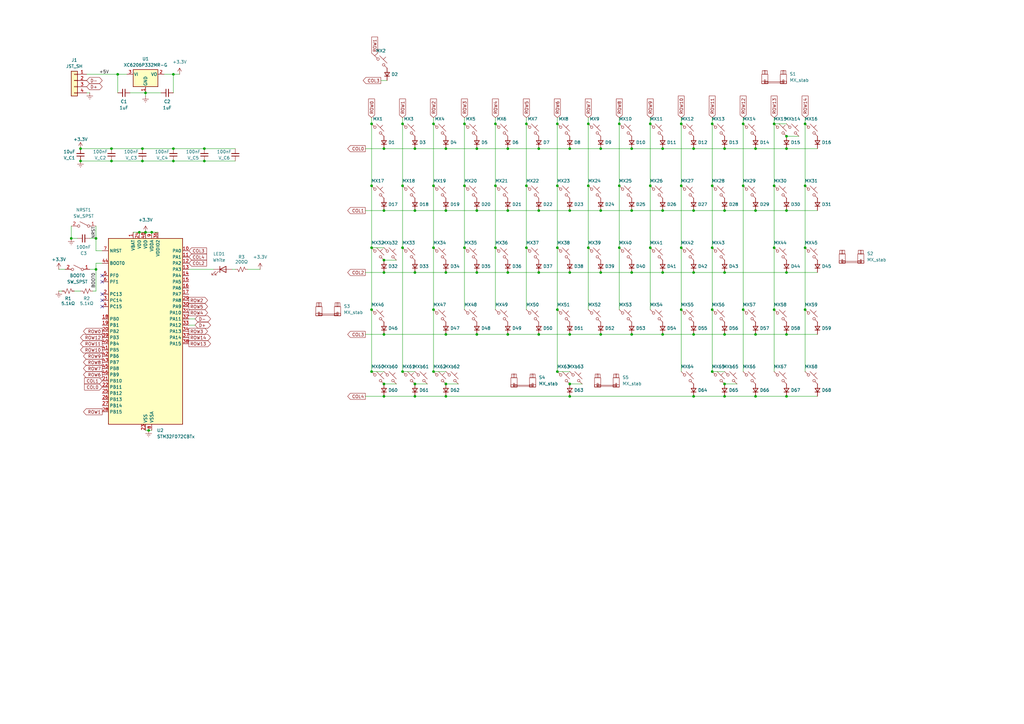
<source format=kicad_sch>
(kicad_sch (version 20250114) (generator "eeschema") (generator_version "9.0")
  (paper "A3")
  (junction (at 254 101.6))
  (junction (at 228.6 50.8))
  (junction (at 292.1 50.8))
  (junction (at 152.4 152.4))
  (junction (at 271.78 137.16))
  (junction (at 330.2 76.2))
  (junction (at 322.58 55.88))
  (junction (at 309.88 86.36))
  (junction (at 259.08 137.16))
  (junction (at 190.5 50.8))
  (junction (at 279.4 127))
  (junction (at 215.9 76.2))
  (junction (at 190.5 101.6))
  (junction (at 170.18 157.48))
  (junction (at 83.82 66.04))
  (junction (at 317.5 127))
  (junction (at 259.08 111.76))
  (junction (at 266.7 101.6))
  (junction (at 322.58 60.96))
  (junction (at 208.28 60.96))
  (junction (at 152.4 50.8))
  (junction (at 157.48 86.36))
  (junction (at 228.6 76.2))
  (junction (at 233.68 137.16))
  (junction (at 297.18 157.48))
  (junction (at 58.42 60.96))
  (junction (at 182.88 86.36))
  (junction (at 241.3 50.8))
  (junction (at 233.68 60.96))
  (junction (at 241.3 101.6))
  (junction (at 182.88 157.48))
  (junction (at 279.4 50.8))
  (junction (at 39.37 110.49))
  (junction (at 304.8 50.8))
  (junction (at 317.5 50.8))
  (junction (at 271.78 60.96))
  (junction (at 220.98 60.96))
  (junction (at 157.48 111.76))
  (junction (at 177.8 101.6))
  (junction (at 177.8 50.8))
  (junction (at 317.5 101.6))
  (junction (at 279.4 101.6))
  (junction (at 233.68 86.36))
  (junction (at 152.4 127))
  (junction (at 284.48 111.76))
  (junction (at 259.08 60.96))
  (junction (at 39.37 97.79))
  (junction (at 62.23 95.25))
  (junction (at 309.88 137.16))
  (junction (at 233.68 162.56))
  (junction (at 195.58 86.36))
  (junction (at 284.48 86.36))
  (junction (at 33.02 60.96))
  (junction (at 254 76.2))
  (junction (at 330.2 50.8))
  (junction (at 170.18 86.36))
  (junction (at 284.48 137.16))
  (junction (at 165.1 152.4))
  (junction (at 203.2 50.8))
  (junction (at 279.4 76.2))
  (junction (at 241.3 76.2))
  (junction (at 297.18 60.96))
  (junction (at 266.7 76.2))
  (junction (at 304.8 76.2))
  (junction (at 208.28 137.16))
  (junction (at 182.88 60.96))
  (junction (at 165.1 76.2))
  (junction (at 246.38 111.76))
  (junction (at 292.1 152.4))
  (junction (at 271.78 86.36))
  (junction (at 246.38 60.96))
  (junction (at 182.88 111.76))
  (junction (at 157.48 162.56))
  (junction (at 297.18 111.76))
  (junction (at 271.78 111.76))
  (junction (at 297.18 86.36))
  (junction (at 152.4 76.2))
  (junction (at 45.72 60.96))
  (junction (at 246.38 86.36))
  (junction (at 292.1 101.6))
  (junction (at 157.48 157.48))
  (junction (at 195.58 111.76))
  (junction (at 71.12 66.04))
  (junction (at 177.8 152.4))
  (junction (at 322.58 162.56))
  (junction (at 220.98 86.36))
  (junction (at 33.02 66.04))
  (junction (at 157.48 106.68))
  (junction (at 177.8 127))
  (junction (at 59.69 95.25))
  (junction (at 208.28 86.36))
  (junction (at 208.28 111.76))
  (junction (at 228.6 152.4))
  (junction (at 246.38 137.16))
  (junction (at 203.2 76.2))
  (junction (at 259.08 86.36))
  (junction (at 233.68 111.76))
  (junction (at 177.8 76.2))
  (junction (at 182.88 162.56))
  (junction (at 309.88 162.56))
  (junction (at 57.15 95.25))
  (junction (at 228.6 127))
  (junction (at 165.1 101.6))
  (junction (at 322.58 111.76))
  (junction (at 29.21 97.79))
  (junction (at 195.58 60.96))
  (junction (at 170.18 60.96))
  (junction (at 228.6 101.6))
  (junction (at 182.88 137.16))
  (junction (at 195.58 137.16))
  (junction (at 322.58 137.16))
  (junction (at 190.5 76.2))
  (junction (at 59.69 38.1))
  (junction (at 170.18 111.76))
  (junction (at 83.82 60.96))
  (junction (at 292.1 127))
  (junction (at 71.12 30.48))
  (junction (at 297.18 137.16))
  (junction (at 170.18 162.56))
  (junction (at 58.42 66.04))
  (junction (at 203.2 101.6))
  (junction (at 330.2 127))
  (junction (at 220.98 137.16))
  (junction (at 233.68 157.48))
  (junction (at 71.12 60.96))
  (junction (at 284.48 162.56))
  (junction (at 292.1 76.2))
  (junction (at 322.58 86.36))
  (junction (at 254 50.8))
  (junction (at 60.96 176.53))
  (junction (at 45.72 66.04))
  (junction (at 152.4 101.6))
  (junction (at 220.98 111.76))
  (junction (at 297.18 162.56))
  (junction (at 284.48 60.96))
  (junction (at 215.9 50.8))
  (junction (at 157.48 60.96))
  (junction (at 309.88 60.96))
  (junction (at 165.1 50.8))
  (junction (at 317.5 76.2))
  (junction (at 48.26 30.48))
  (junction (at 330.2 101.6))
  (junction (at 215.9 101.6))
  (junction (at 304.8 127))
  (junction (at 266.7 50.8))
  (junction (at 157.48 137.16))
  (no_connect (at 41.91 120.65))
  (no_connect (at 41.91 113.03))
  (no_connect (at 41.91 125.73))
  (no_connect (at 41.91 115.57))
  (no_connect (at 41.91 123.19))
  (wire (pts (xy 233.68 86.36) (xy 246.38 86.36)))
  (wire (pts (xy 165.1 48.26) (xy 165.1 50.8)))
  (wire (pts (xy 80.01 133.35) (xy 77.47 133.35)))
  (wire (pts (xy 304.8 127) (xy 304.8 152.4)))
  (wire (pts (xy 38.1 119.38) (xy 39.37 119.38)))
  (wire (pts (xy 317.5 50.8) (xy 317.5 76.2)))
  (wire (pts (xy 73.66 30.48) (xy 71.12 30.48)))
  (wire (pts (xy 208.28 60.96) (xy 220.98 60.96)))
  (wire (pts (xy 190.5 76.2) (xy 190.5 101.6)))
  (wire (pts (xy 48.26 30.48) (xy 52.07 30.48)))
  (wire (pts (xy 165.1 101.6) (xy 165.1 152.4)))
  (wire (pts (xy 170.18 157.48) (xy 175.26 157.48)))
  (wire (pts (xy 220.98 137.16) (xy 233.68 137.16)))
  (wire (pts (xy 254 76.2) (xy 254 101.6)))
  (wire (pts (xy 297.18 60.96) (xy 309.88 60.96)))
  (wire (pts (xy 165.1 152.4) (xy 170.18 152.4)))
  (wire (pts (xy 170.18 111.76) (xy 182.88 111.76)))
  (wire (pts (xy 39.37 119.38) (xy 39.37 110.49)))
  (wire (pts (xy 259.08 86.36) (xy 271.78 86.36)))
  (wire (pts (xy 152.4 48.26) (xy 152.4 50.8)))
  (wire (pts (xy 57.15 95.25) (xy 59.69 95.25)))
  (wire (pts (xy 254 50.8) (xy 254 76.2)))
  (wire (pts (xy 182.88 86.36) (xy 195.58 86.36)))
  (wire (pts (xy 322.58 55.88) (xy 327.66 55.88)))
  (wire (pts (xy 241.3 101.6) (xy 241.3 127)))
  (wire (pts (xy 309.88 86.36) (xy 322.58 86.36)))
  (wire (pts (xy 106.68 110.49) (xy 101.6 110.49)))
  (wire (pts (xy 322.58 162.56) (xy 335.28 162.56)))
  (wire (pts (xy 33.02 60.96) (xy 45.72 60.96)))
  (wire (pts (xy 152.4 76.2) (xy 152.4 101.6)))
  (wire (pts (xy 266.7 76.2) (xy 266.7 101.6)))
  (wire (pts (xy 297.18 137.16) (xy 309.88 137.16)))
  (wire (pts (xy 279.4 127) (xy 279.4 152.4)))
  (wire (pts (xy 215.9 101.6) (xy 215.9 127)))
  (wire (pts (xy 149.86 86.36) (xy 157.48 86.36)))
  (wire (pts (xy 29.21 92.71) (xy 29.21 97.79)))
  (wire (pts (xy 87.63 110.49) (xy 77.47 110.49)))
  (wire (pts (xy 317.5 76.2) (xy 317.5 101.6)))
  (wire (pts (xy 330.2 50.8) (xy 330.2 76.2)))
  (wire (pts (xy 71.12 38.1) (xy 71.12 30.48)))
  (wire (pts (xy 39.37 97.79) (xy 39.37 102.87)))
  (wire (pts (xy 322.58 111.76) (xy 335.28 111.76)))
  (wire (pts (xy 177.8 152.4) (xy 182.88 152.4)))
  (wire (pts (xy 266.7 48.26) (xy 266.7 50.8)))
  (wire (pts (xy 266.7 101.6) (xy 266.7 127)))
  (wire (pts (xy 292.1 127) (xy 292.1 152.4)))
  (wire (pts (xy 203.2 48.26) (xy 203.2 50.8)))
  (wire (pts (xy 157.48 162.56) (xy 170.18 162.56)))
  (wire (pts (xy 228.6 50.8) (xy 228.6 76.2)))
  (wire (pts (xy 284.48 162.56) (xy 297.18 162.56)))
  (wire (pts (xy 157.48 111.76) (xy 170.18 111.76)))
  (wire (pts (xy 59.69 39.37) (xy 59.69 38.1)))
  (wire (pts (xy 284.48 60.96) (xy 297.18 60.96)))
  (wire (pts (xy 292.1 101.6) (xy 292.1 127)))
  (wire (pts (xy 36.83 97.79) (xy 39.37 97.79)))
  (wire (pts (xy 304.8 48.26) (xy 304.8 50.8)))
  (wire (pts (xy 149.86 162.56) (xy 157.48 162.56)))
  (wire (pts (xy 233.68 111.76) (xy 246.38 111.76)))
  (wire (pts (xy 330.2 101.6) (xy 330.2 127)))
  (wire (pts (xy 279.4 101.6) (xy 279.4 127)))
  (wire (pts (xy 83.82 60.96) (xy 96.52 60.96)))
  (wire (pts (xy 322.58 137.16) (xy 335.28 137.16)))
  (wire (pts (xy 149.86 111.76) (xy 157.48 111.76)))
  (wire (pts (xy 62.23 95.25) (xy 64.77 95.25)))
  (wire (pts (xy 182.88 157.48) (xy 187.96 157.48)))
  (wire (pts (xy 317.5 50.8) (xy 322.58 50.8)))
  (wire (pts (xy 41.91 107.95) (xy 39.37 107.95)))
  (wire (pts (xy 195.58 137.16) (xy 208.28 137.16)))
  (wire (pts (xy 203.2 50.8) (xy 203.2 76.2)))
  (wire (pts (xy 41.91 102.87) (xy 39.37 102.87)))
  (wire (pts (xy 241.3 48.26) (xy 241.3 50.8)))
  (wire (pts (xy 292.1 76.2) (xy 292.1 101.6)))
  (wire (pts (xy 165.1 76.2) (xy 165.1 101.6)))
  (wire (pts (xy 33.02 66.04) (xy 45.72 66.04)))
  (wire (pts (xy 208.28 111.76) (xy 220.98 111.76)))
  (wire (pts (xy 177.8 50.8) (xy 177.8 76.2)))
  (wire (pts (xy 215.9 76.2) (xy 215.9 101.6)))
  (wire (pts (xy 80.01 130.81) (xy 77.47 130.81)))
  (wire (pts (xy 35.56 30.48) (xy 48.26 30.48)))
  (wire (pts (xy 83.82 66.04) (xy 96.52 66.04)))
  (wire (pts (xy 149.86 137.16) (xy 157.48 137.16)))
  (wire (pts (xy 170.18 86.36) (xy 182.88 86.36)))
  (wire (pts (xy 215.9 50.8) (xy 215.9 76.2)))
  (wire (pts (xy 304.8 50.8) (xy 304.8 76.2)))
  (wire (pts (xy 29.21 97.79) (xy 31.75 97.79)))
  (wire (pts (xy 241.3 76.2) (xy 241.3 101.6)))
  (wire (pts (xy 182.88 137.16) (xy 195.58 137.16)))
  (wire (pts (xy 228.6 152.4) (xy 233.68 152.4)))
  (wire (pts (xy 59.69 38.1) (xy 66.04 38.1)))
  (wire (pts (xy 322.58 86.36) (xy 335.28 86.36)))
  (wire (pts (xy 95.25 110.49) (xy 96.52 110.49)))
  (wire (pts (xy 284.48 86.36) (xy 297.18 86.36)))
  (wire (pts (xy 309.88 60.96) (xy 322.58 60.96)))
  (wire (pts (xy 190.5 50.8) (xy 190.5 76.2)))
  (wire (pts (xy 182.88 162.56) (xy 233.68 162.56)))
  (wire (pts (xy 45.72 66.04) (xy 58.42 66.04)))
  (wire (pts (xy 58.42 60.96) (xy 71.12 60.96)))
  (wire (pts (xy 297.18 86.36) (xy 309.88 86.36)))
  (wire (pts (xy 297.18 111.76) (xy 322.58 111.76)))
  (wire (pts (xy 39.37 107.95) (xy 39.37 110.49)))
  (wire (pts (xy 156.21 33.02) (xy 158.75 33.02)))
  (wire (pts (xy 292.1 48.26) (xy 292.1 50.8)))
  (wire (pts (xy 220.98 86.36) (xy 233.68 86.36)))
  (wire (pts (xy 58.42 66.04) (xy 71.12 66.04)))
  (wire (pts (xy 165.1 50.8) (xy 165.1 76.2)))
  (wire (pts (xy 177.8 48.26) (xy 177.8 50.8)))
  (wire (pts (xy 292.1 152.4) (xy 297.18 152.4)))
  (wire (pts (xy 177.8 76.2) (xy 177.8 101.6)))
  (wire (pts (xy 195.58 60.96) (xy 208.28 60.96)))
  (wire (pts (xy 149.86 60.96) (xy 157.48 60.96)))
  (wire (pts (xy 228.6 76.2) (xy 228.6 101.6)))
  (wire (pts (xy 152.4 101.6) (xy 157.48 101.6)))
  (wire (pts (xy 24.13 119.38) (xy 25.4 119.38)))
  (wire (pts (xy 152.4 101.6) (xy 152.4 127)))
  (wire (pts (xy 297.18 157.48) (xy 302.26 157.48)))
  (wire (pts (xy 233.68 157.48) (xy 238.76 157.48)))
  (wire (pts (xy 208.28 86.36) (xy 220.98 86.36)))
  (wire (pts (xy 279.4 76.2) (xy 279.4 101.6)))
  (wire (pts (xy 48.26 30.48) (xy 48.26 38.1)))
  (wire (pts (xy 254 101.6) (xy 254 127)))
  (wire (pts (xy 259.08 60.96) (xy 271.78 60.96)))
  (wire (pts (xy 152.4 152.4) (xy 157.48 152.4)))
  (wire (pts (xy 203.2 101.6) (xy 203.2 127)))
  (wire (pts (xy 330.2 127) (xy 330.2 152.4)))
  (wire (pts (xy 177.8 101.6) (xy 177.8 127)))
  (wire (pts (xy 220.98 60.96) (xy 233.68 60.96)))
  (wire (pts (xy 271.78 137.16) (xy 284.48 137.16)))
  (wire (pts (xy 220.98 111.76) (xy 233.68 111.76)))
  (wire (pts (xy 304.8 76.2) (xy 304.8 127)))
  (wire (pts (xy 266.7 50.8) (xy 266.7 76.2)))
  (wire (pts (xy 152.4 50.8) (xy 152.4 76.2)))
  (wire (pts (xy 203.2 76.2) (xy 203.2 101.6)))
  (wire (pts (xy 71.12 30.48) (xy 67.31 30.48)))
  (wire (pts (xy 182.88 111.76) (xy 195.58 111.76)))
  (wire (pts (xy 246.38 111.76) (xy 259.08 111.76)))
  (wire (pts (xy 215.9 48.26) (xy 215.9 50.8)))
  (wire (pts (xy 195.58 86.36) (xy 208.28 86.36)))
  (wire (pts (xy 195.58 111.76) (xy 208.28 111.76)))
  (wire (pts (xy 233.68 137.16) (xy 246.38 137.16)))
  (wire (pts (xy 271.78 86.36) (xy 284.48 86.36)))
  (wire (pts (xy 330.2 48.26) (xy 330.2 50.8)))
  (wire (pts (xy 279.4 48.26) (xy 279.4 50.8)))
  (wire (pts (xy 330.2 76.2) (xy 330.2 101.6)))
  (wire (pts (xy 284.48 137.16) (xy 297.18 137.16)))
  (wire (pts (xy 152.4 127) (xy 152.4 152.4)))
  (wire (pts (xy 71.12 66.04) (xy 83.82 66.04)))
  (wire (pts (xy 54.61 95.25) (xy 57.15 95.25)))
  (wire (pts (xy 271.78 111.76) (xy 284.48 111.76)))
  (wire (pts (xy 71.12 60.96) (xy 83.82 60.96)))
  (wire (pts (xy 157.48 106.68) (xy 162.56 106.68)))
  (wire (pts (xy 177.8 127) (xy 177.8 152.4)))
  (wire (pts (xy 59.69 95.25) (xy 62.23 95.25)))
  (wire (pts (xy 190.5 101.6) (xy 190.5 127)))
  (wire (pts (xy 292.1 50.8) (xy 292.1 76.2)))
  (wire (pts (xy 309.88 137.16) (xy 322.58 137.16)))
  (wire (pts (xy 208.28 137.16) (xy 220.98 137.16)))
  (wire (pts (xy 36.83 38.1) (xy 35.56 38.1)))
  (wire (pts (xy 317.5 127) (xy 317.5 152.4)))
  (wire (pts (xy 190.5 48.26) (xy 190.5 50.8)))
  (wire (pts (xy 182.88 60.96) (xy 195.58 60.96)))
  (wire (pts (xy 279.4 50.8) (xy 279.4 76.2)))
  (wire (pts (xy 259.08 111.76) (xy 271.78 111.76)))
  (wire (pts (xy 241.3 50.8) (xy 241.3 76.2)))
  (wire (pts (xy 322.58 60.96) (xy 335.28 60.96)))
  (wire (pts (xy 30.48 119.38) (xy 33.02 119.38)))
  (wire (pts (xy 170.18 162.56) (xy 182.88 162.56)))
  (wire (pts (xy 254 48.26) (xy 254 50.8)))
  (wire (pts (xy 39.37 97.79) (xy 39.37 92.71)))
  (wire (pts (xy 228.6 101.6) (xy 228.6 127)))
  (wire (pts (xy 246.38 86.36) (xy 259.08 86.36)))
  (wire (pts (xy 36.83 110.49) (xy 39.37 110.49)))
  (wire (pts (xy 228.6 48.26) (xy 228.6 50.8)))
  (wire (pts (xy 157.48 157.48) (xy 162.56 157.48)))
  (wire (pts (xy 53.34 38.1) (xy 59.69 38.1)))
  (wire (pts (xy 297.18 162.56) (xy 309.88 162.56)))
  (wire (pts (xy 233.68 60.96) (xy 246.38 60.96)))
  (wire (pts (xy 45.72 60.96) (xy 58.42 60.96)))
  (wire (pts (xy 60.96 176.53) (xy 62.23 176.53)))
  (wire (pts (xy 317.5 48.26) (xy 317.5 50.8)))
  (wire (pts (xy 246.38 60.96) (xy 259.08 60.96)))
  (wire (pts (xy 317.5 101.6) (xy 317.5 127)))
  (wire (pts (xy 24.13 110.49) (xy 26.67 110.49)))
  (wire (pts (xy 157.48 137.16) (xy 182.88 137.16)))
  (wire (pts (xy 170.18 60.96) (xy 182.88 60.96)))
  (wire (pts (xy 228.6 127) (xy 228.6 152.4)))
  (wire (pts (xy 157.48 86.36) (xy 170.18 86.36)))
  (wire (pts (xy 246.38 137.16) (xy 259.08 137.16)))
  (wire (pts (xy 309.88 162.56) (xy 322.58 162.56)))
  (wire (pts (xy 284.48 111.76) (xy 297.18 111.76)))
  (wire (pts (xy 157.48 60.96) (xy 170.18 60.96)))
  (wire (pts (xy 233.68 162.56) (xy 284.48 162.56)))
  (wire (pts (xy 59.69 176.53) (xy 60.96 176.53)))
  (wire (pts (xy 271.78 60.96) (xy 284.48 60.96)))
  (wire (pts (xy 259.08 137.16) (xy 271.78 137.16)))
  (label "BOOT0" (at 39.37 118.11 90))
  (label "NRST" (at 39.37 97.79 90))
  (label "+5V" (at 40.64 30.48 0))
  (global_label "COL0" (shape output) (at 149.86 60.96 180) (property "Intersheetrefs" "${INTERSHEET_REFS}" (effects (hide yes))))
  (global_label "D-" (shape bidirectional) (at 80.01 130.81 0) (property "Intersheetrefs" "${INTERSHEET_REFS}" (effects (hide yes))))
  (global_label "ROW3" (shape output) (at 77.47 135.89 0) (property "Intersheetrefs" "${INTERSHEET_REFS}" (effects (hide yes))))
  (global_label "ROW2" (shape output) (at 77.47 123.19 0) (property "Intersheetrefs" "${INTERSHEET_REFS}" (effects (hide yes))))
  (global_label "ROW10" (shape input) (at 279.4 48.26 90) (property "Intersheetrefs" "${INTERSHEET_REFS}" (effects (hide yes))))
  (global_label "ROW12" (shape output) (at 41.91 138.43 180) (property "Intersheetrefs" "${INTERSHEET_REFS}" (effects (hide yes))))
  (global_label "ROW7" (shape output) (at 41.91 151.13 180) (property "Intersheetrefs" "${INTERSHEET_REFS}" (effects (hide yes))))
  (global_label "ROW8" (shape input) (at 254 48.26 90) (property "Intersheetrefs" "${INTERSHEET_REFS}" (effects (hide yes))))
  (global_label "COL4" (shape input) (at 77.47 105.41 0) (property "Intersheetrefs" "${INTERSHEET_REFS}" (effects (hide yes))))
  (global_label "ROW5" (shape input) (at 215.9 48.26 90) (property "Intersheetrefs" "${INTERSHEET_REFS}" (effects (hide yes))))
  (global_label "COL0" (shape input) (at 41.91 158.75 180) (property "Intersheetrefs" "${INTERSHEET_REFS}" (effects (hide yes))))
  (global_label "COL1" (shape input) (at 41.91 156.21 180) (property "Intersheetrefs" "${INTERSHEET_REFS}" (effects (hide yes))))
  (global_label "ROW1" (shape output) (at 41.91 168.91 180) (property "Intersheetrefs" "${INTERSHEET_REFS}" (effects (hide yes))))
  (global_label "COL3" (shape output) (at 156.21 33.02 180) (property "Intersheetrefs" "${INTERSHEET_REFS}" (effects (hide yes))))
  (global_label "COL4" (shape output) (at 149.86 162.56 180) (property "Intersheetrefs" "${INTERSHEET_REFS}" (effects (hide yes))))
  (global_label "ROW2" (shape input) (at 177.8 48.26 90) (property "Intersheetrefs" "${INTERSHEET_REFS}" (effects (hide yes))))
  (global_label "ROW9" (shape input) (at 266.7 48.26 90) (property "Intersheetrefs" "${INTERSHEET_REFS}" (effects (hide yes))))
  (global_label "ROW0" (shape input) (at 152.4 48.26 90) (property "Intersheetrefs" "${INTERSHEET_REFS}" (effects (hide yes))))
  (global_label "D+" (shape bidirectional) (at 35.56 35.56 0) (property "Intersheetrefs" "${INTERSHEET_REFS}" (effects (hide yes))))
  (global_label "ROW12" (shape input) (at 304.8 48.26 90) (property "Intersheetrefs" "${INTERSHEET_REFS}" (effects (hide yes))))
  (global_label "COL2" (shape output) (at 149.86 111.76 180) (property "Intersheetrefs" "${INTERSHEET_REFS}" (effects (hide yes))))
  (global_label "ROW4" (shape input) (at 203.2 48.26 90) (property "Intersheetrefs" "${INTERSHEET_REFS}" (effects (hide yes))))
  (global_label "ROW7" (shape input) (at 241.3 48.26 90) (property "Intersheetrefs" "${INTERSHEET_REFS}" (effects (hide yes))))
  (global_label "ROW5" (shape output) (at 77.47 125.73 0) (property "Intersheetrefs" "${INTERSHEET_REFS}" (effects (hide yes))))
  (global_label "ROW1" (shape input) (at 165.1 48.26 90) (property "Intersheetrefs" "${INTERSHEET_REFS}" (effects (hide yes))))
  (global_label "ROW4" (shape output) (at 77.47 128.27 0) (property "Intersheetrefs" "${INTERSHEET_REFS}" (effects (hide yes))))
  (global_label "ROW13" (shape output) (at 77.47 140.97 0) (property "Intersheetrefs" "${INTERSHEET_REFS}" (effects (hide yes))))
  (global_label "ROW11" (shape output) (at 41.91 140.97 180) (property "Intersheetrefs" "${INTERSHEET_REFS}" (effects (hide yes))))
  (global_label "COL3" (shape input) (at 77.47 102.87 0) (property "Intersheetrefs" "${INTERSHEET_REFS}" (effects (hide yes))))
  (global_label "ROW11" (shape input) (at 292.1 48.26 90) (property "Intersheetrefs" "${INTERSHEET_REFS}" (effects (hide yes))))
  (global_label "ROW6" (shape output) (at 41.91 153.67 180) (property "Intersheetrefs" "${INTERSHEET_REFS}" (effects (hide yes))))
  (global_label "ROW6" (shape input) (at 228.6 48.26 90) (property "Intersheetrefs" "${INTERSHEET_REFS}" (effects (hide yes))))
  (global_label "COL2" (shape input) (at 77.47 107.95 0) (property "Intersheetrefs" "${INTERSHEET_REFS}" (effects (hide yes))))
  (global_label "COL1" (shape output) (at 149.86 86.36 180) (property "Intersheetrefs" "${INTERSHEET_REFS}" (effects (hide yes))))
  (global_label "ROW1" (shape input) (at 153.67 22.86 90) (property "Intersheetrefs" "${INTERSHEET_REFS}" (effects (hide yes))))
  (global_label "ROW14" (shape output) (at 77.47 138.43 0) (property "Intersheetrefs" "${INTERSHEET_REFS}" (effects (hide yes))))
  (global_label "ROW14" (shape input) (at 330.2 48.26 90) (property "Intersheetrefs" "${INTERSHEET_REFS}" (effects (hide yes))))
  (global_label "ROW3" (shape input) (at 190.5 48.26 90) (property "Intersheetrefs" "${INTERSHEET_REFS}" (effects (hide yes))))
  (global_label "ROW9" (shape output) (at 41.91 146.05 180) (property "Intersheetrefs" "${INTERSHEET_REFS}" (effects (hide yes))))
  (global_label "COL3" (shape output) (at 149.86 137.16 180) (property "Intersheetrefs" "${INTERSHEET_REFS}" (effects (hide yes))))
  (global_label "D+" (shape bidirectional) (at 80.01 133.35 0) (property "Intersheetrefs" "${INTERSHEET_REFS}" (effects (hide yes))))
  (global_label "D-" (shape bidirectional) (at 35.56 33.02 0) (property "Intersheetrefs" "${INTERSHEET_REFS}" (effects (hide yes))))
  (global_label "ROW8" (shape output) (at 41.91 148.59 180) (property "Intersheetrefs" "${INTERSHEET_REFS}" (effects (hide yes))))
  (global_label "ROW10" (shape output) (at 41.91 143.51 180) (property "Intersheetrefs" "${INTERSHEET_REFS}" (effects (hide yes))))
  (global_label "ROW13" (shape input) (at 317.5 48.26 90) (property "Intersheetrefs" "${INTERSHEET_REFS}" (effects (hide yes))))
  (global_label "ROW0" (shape output) (at 41.91 135.89 180) (property "Intersheetrefs" "${INTERSHEET_REFS}" (effects (hide yes))))
  (symbol (lib_id "PCM_marbastlib-mx:MX_SW_solder") (at 205.74 53.34 0) (unit 1)
    (property "Reference" "MX6" (at 205.74 48.768 0))
    (property "Value" "MX_SW_solder" (effects (hide yes)))
    (property "Footprint" "PCM_marbastlib-mx:SW_MX_1u" (effects (hide yes)))
    (property "Description" "Push button switch, normally open, two pins, 45° tilted" (effects (hide yes)))
  )
  (symbol (lib_id "power:Earth") (at 29.21 97.79 0) (unit 1)
    (property "Reference" "#PWR06" (effects (hide yes)))
    (property "Value" "GND" (effects (hide yes)))
    (property "Description" "Power symbol creates a global label with name \"Earth\"" (effects (hide yes)))
  )
  (symbol (lib_id "power:+3.3V") (at 59.69 95.25 0) (unit 1)
    (property "Reference" "#PWR01" (effects (hide yes)))
    (property "Value" "+3.3V" (at 59.69 90.17 0))
    (property "Description" "Power symbol creates a global label with name \"+3.3V\"" (effects (hide yes)))
  )
  (symbol (lib_id "Device:D_Small") (at 271.78 58.42 90) (unit 1)
    (property "Reference" "D11" (at 273.558 58.42 90) (effects (justify right)))
    (property "Value" "D_Small" (effects (hide yes)))
    (property "Footprint" "Diode_SMD:D_SOD-123" (effects (hide yes)))
    (property "Description" "Diode, small symbol" (effects (hide yes)))
    (property "Sim.Device" "D" (effects (hide yes)))
    (property "Sim.Pins" "1=K 2=A" (effects (hide yes)))
  )
  (symbol (lib_id "Device:D_Small") (at 284.48 109.22 90) (unit 1)
    (property "Reference" "D42" (at 286.258 109.22 90) (effects (justify right)))
    (property "Value" "D_Small" (effects (hide yes)))
    (property "Footprint" "Diode_SMD:D_SOD-123" (effects (hide yes)))
    (property "Description" "Diode, small symbol" (effects (hide yes)))
    (property "Sim.Device" "D" (effects (hide yes)))
    (property "Sim.Pins" "1=K 2=A" (effects (hide yes)))
  )
  (symbol (lib_id "Device:D_Small") (at 309.88 58.42 90) (unit 1)
    (property "Reference" "D14" (at 311.658 58.42 90) (effects (justify right)))
    (property "Value" "D_Small" (effects (hide yes)))
    (property "Footprint" "Diode_SMD:D_SOD-123" (effects (hide yes)))
    (property "Description" "Diode, small symbol" (effects (hide yes)))
    (property "Sim.Device" "D" (effects (hide yes)))
    (property "Sim.Pins" "1=K 2=A" (effects (hide yes)))
  )
  (symbol (lib_id "Device:D_Small") (at 233.68 58.42 90) (unit 1)
    (property "Reference" "D8" (at 235.458 58.42 90) (effects (justify right)))
    (property "Value" "D_Small" (effects (hide yes)))
    (property "Footprint" "Diode_SMD:D_SOD-123" (effects (hide yes)))
    (property "Description" "Diode, small symbol" (effects (hide yes)))
    (property "Sim.Device" "D" (effects (hide yes)))
    (property "Sim.Pins" "1=K 2=A" (effects (hide yes)))
  )
  (symbol (lib_id "PCM_marbastlib-mx:MX_SW_solder") (at 180.34 78.74 0) (unit 1)
    (property "Reference" "MX19" (at 180.34 74.168 0))
    (property "Value" "MX_SW_solder" (effects (hide yes)))
    (property "Footprint" "PCM_marbastlib-mx:SW_MX_1u" (effects (hide yes)))
    (property "Description" "Push button switch, normally open, two pins, 45° tilted" (effects (hide yes)))
  )
  (symbol (lib_id "PCM_marbastlib-mx:MX_SW_solder") (at 218.44 129.54 0) (unit 1)
    (property "Reference" "MX50" (at 218.44 124.968 0))
    (property "Value" "MX_SW_solder" (effects (hide yes)))
    (property "Footprint" "PCM_marbastlib-mx:SW_MX_1u" (effects (hide yes)))
    (property "Description" "Push button switch, normally open, two pins, 45° tilted" (effects (hide yes)))
  )
  (symbol (lib_id "PCM_marbastlib-mx:MX_SW_solder") (at 320.04 104.14 0) (unit 1)
    (property "Reference" "MX44" (at 320.04 99.568 0))
    (property "Value" "MX_SW_solder" (effects (hide yes)))
    (property "Footprint" "PCM_marbastlib-mx:SW_MX_1u" (effects (hide yes)))
    (property "Description" "Push button switch, normally open, two pins, 45° tilted" (effects (hide yes)))
  )
  (symbol (lib_id "PCM_marbastlib-mx:MX_SW_solder") (at 299.72 154.94 0) (unit 1)
    (property "Reference" "MXb65" (at 299.72 150.368 0))
    (property "Value" "MX_SW_solder" (effects (hide yes)))
    (property "Footprint" "PCM_marbastlib-mx:SW_MX_1.5u" (effects (hide yes)))
    (property "Description" "Push button switch, normally open, two pins, 45° tilted" (effects (hide yes)))
  )
  (symbol (lib_id "PCM_marbastlib-mx:MX_SW_solder") (at 167.64 154.94 0) (unit 1)
    (property "Reference" "MX61" (at 167.64 150.368 0))
    (property "Value" "MX_SW_solder" (effects (hide yes)))
    (property "Footprint" "PCM_marbastlib-mx:SW_MX_1.25u" (effects (hide yes)))
    (property "Description" "Push button switch, normally open, two pins, 45° tilted" (effects (hide yes)))
  )
  (symbol (lib_id "PCM_marbastlib-mx:MX_SW_solder") (at 172.72 154.94 0) (unit 1)
    (property "Reference" "MXb61" (at 172.72 150.368 0))
    (property "Value" "MX_SW_solder" (effects (hide yes)))
    (property "Footprint" "PCM_marbastlib-mx:SW_MX_1u" (effects (hide yes)))
    (property "Description" "Push button switch, normally open, two pins, 45° tilted" (effects (hide yes)))
  )
  (symbol (lib_id "Device:D_Small") (at 182.88 58.42 90) (unit 1)
    (property "Reference" "D4" (at 184.658 58.42 90) (effects (justify right)))
    (property "Value" "D_Small" (effects (hide yes)))
    (property "Footprint" "Diode_SMD:D_SOD-123" (effects (hide yes)))
    (property "Description" "Diode, small symbol" (effects (hide yes)))
    (property "Sim.Device" "D" (effects (hide yes)))
    (property "Sim.Pins" "1=K 2=A" (effects (hide yes)))
  )
  (symbol (lib_id "Device:D_Small") (at 157.48 134.62 90) (unit 1)
    (property "Reference" "D46" (at 159.258 134.62 90) (effects (justify right)))
    (property "Value" "D_Small" (effects (hide yes)))
    (property "Footprint" "Diode_SMD:D_SOD-123" (effects (hide yes)))
    (property "Description" "Diode, small symbol" (effects (hide yes)))
    (property "Sim.Device" "D" (effects (hide yes)))
    (property "Sim.Pins" "1=K 2=A" (effects (hide yes)))
  )
  (symbol (lib_id "PCM_marbastlib-mx:MX_stab") (at 214.63 156.21 0) (unit 1)
    (property "Reference" "S4" (at 220.98 154.8129 0) (effects (justify left)))
    (property "Value" "MX_stab" (at 220.98 157.3529 0) (effects (justify left)))
    (property "Footprint" "PCM_marbastlib-mx:STAB_MX_P_6.25u" (effects (hide yes)))
    (property "Description" "Cherry MX-style stabilizer" (effects (hide yes)))
  )
  (symbol (lib_id "Device:D_Small") (at 246.38 83.82 90) (unit 1)
    (property "Reference" "D24" (at 248.158 83.82 90) (effects (justify right)))
    (property "Value" "D_Small" (effects (hide yes)))
    (property "Footprint" "Diode_SMD:D_SOD-123" (effects (hide yes)))
    (property "Description" "Diode, small symbol" (effects (hide yes)))
    (property "Sim.Device" "D" (effects (hide yes)))
    (property "Sim.Pins" "1=K 2=A" (effects (hide yes)))
  )
  (symbol (lib_id "Device:D_Small") (at 195.58 134.62 90) (unit 1)
    (property "Reference" "D48" (at 197.358 134.62 90) (effects (justify right)))
    (property "Value" "D_Small" (effects (hide yes)))
    (property "Footprint" "Diode_SMD:D_SOD-123" (effects (hide yes)))
    (property "Description" "Diode, small symbol" (effects (hide yes)))
    (property "Sim.Device" "D" (effects (hide yes)))
    (property "Sim.Pins" "1=K 2=A" (effects (hide yes)))
  )
  (symbol (lib_id "Device:D_Small") (at 259.08 83.82 90) (unit 1)
    (property "Reference" "D25" (at 260.858 83.82 90) (effects (justify right)))
    (property "Value" "D_Small" (effects (hide yes)))
    (property "Footprint" "Diode_SMD:D_SOD-123" (effects (hide yes)))
    (property "Description" "Diode, small symbol" (effects (hide yes)))
    (property "Sim.Device" "D" (effects (hide yes)))
    (property "Sim.Pins" "1=K 2=A" (effects (hide yes)))
  )
  (symbol (lib_id "Device:D_Small") (at 284.48 83.82 90) (unit 1)
    (property "Reference" "D27" (at 286.258 83.82 90) (effects (justify right)))
    (property "Value" "D_Small" (effects (hide yes)))
    (property "Footprint" "Diode_SMD:D_SOD-123" (effects (hide yes)))
    (property "Description" "Diode, small symbol" (effects (hide yes)))
    (property "Sim.Device" "D" (effects (hide yes)))
    (property "Sim.Pins" "1=K 2=A" (effects (hide yes)))
  )
  (symbol (lib_id "Device:D_Small") (at 297.18 109.22 90) (unit 1)
    (property "Reference" "D43" (at 298.958 109.22 90) (effects (justify right)))
    (property "Value" "D_Small" (effects (hide yes)))
    (property "Footprint" "Diode_SMD:D_SOD-123" (effects (hide yes)))
    (property "Description" "Diode, small symbol" (effects (hide yes)))
    (property "Sim.Device" "D" (effects (hide yes)))
    (property "Sim.Pins" "1=K 2=A" (effects (hide yes)))
  )
  (symbol (lib_id "Device:C_Small") (at 33.02 63.5 180) (unit 1)
    (property "Reference" "V_C1" (at 28.448 64.77 0))
    (property "Value" "10uF" (at 28.448 62.23 0))
    (property "Footprint" "Capacitor_SMD:C_1206_3216Metric" (effects (hide yes)))
    (property "Description" "Unpolarized capacitor, small symbol" (effects (hide yes)))
  )
  (symbol (lib_id "Device:D_Small") (at 284.48 134.62 90) (unit 1)
    (property "Reference" "D55" (at 286.258 134.62 90) (effects (justify right)))
    (property "Value" "D_Small" (effects (hide yes)))
    (property "Footprint" "Diode_SMD:D_SOD-123" (effects (hide yes)))
    (property "Description" "Diode, small symbol" (effects (hide yes)))
    (property "Sim.Device" "D" (effects (hide yes)))
    (property "Sim.Pins" "1=K 2=A" (effects (hide yes)))
  )
  (symbol (lib_id "Device:D_Small") (at 157.48 109.22 90) (unit 1)
    (property "Reference" "D32" (at 159.258 109.22 90) (effects (justify right)))
    (property "Value" "D_Small" (effects (hide yes)))
    (property "Footprint" "Diode_SMD:D_SOD-123" (effects (hide yes)))
    (property "Description" "Diode, small symbol" (effects (hide yes)))
    (property "Sim.Device" "D" (effects (hide yes)))
    (property "Sim.Pins" "1=K 2=A" (effects (hide yes)))
  )
  (symbol (lib_id "PCM_marbastlib-mx:MX_SW_solder") (at 281.94 53.34 0) (unit 1)
    (property "Reference" "MX12" (at 281.94 48.768 0))
    (property "Value" "MX_SW_solder" (effects (hide yes)))
    (property "Footprint" "PCM_marbastlib-mx:SW_MX_1u" (effects (hide yes)))
    (property "Description" "Push button switch, normally open, two pins, 45° tilted" (effects (hide yes)))
  )
  (symbol (lib_id "PCM_marbastlib-mx:MX_SW_solder") (at 294.64 53.34 0) (unit 1)
    (property "Reference" "MX13" (at 294.64 48.768 0))
    (property "Value" "MX_SW_solder" (effects (hide yes)))
    (property "Footprint" "PCM_marbastlib-mx:SW_MX_1u" (effects (hide yes)))
    (property "Description" "Push button switch, normally open, two pins, 45° tilted" (effects (hide yes)))
  )
  (symbol (lib_id "PCM_marbastlib-mx:MX_SW_solder") (at 205.74 78.74 0) (unit 1)
    (property "Reference" "MX21" (at 205.74 74.168 0))
    (property "Value" "MX_SW_solder" (effects (hide yes)))
    (property "Footprint" "PCM_marbastlib-mx:SW_MX_1u" (effects (hide yes)))
    (property "Description" "Push button switch, normally open, two pins, 45° tilted" (effects (hide yes)))
  )
  (symbol (lib_id "power:Earth") (at 33.02 66.04 0) (unit 1)
    (property "Reference" "#PWR017" (effects (hide yes)))
    (property "Value" "GND" (effects (hide yes)))
    (property "Description" "Power symbol creates a global label with name \"Earth\"" (effects (hide yes)))
  )
  (symbol (lib_id "Device:D_Small") (at 322.58 134.62 90) (unit 1)
    (property "Reference" "D58" (at 324.358 134.62 90) (effects (justify right)))
    (property "Value" "D_Small" (effects (hide yes)))
    (property "Footprint" "Diode_SMD:D_SOD-123" (effects (hide yes)))
    (property "Description" "Diode, small symbol" (effects (hide yes)))
    (property "Sim.Device" "D" (effects (hide yes)))
    (property "Sim.Pins" "1=K 2=A" (effects (hide yes)))
  )
  (symbol (lib_id "Device:D_Small") (at 208.28 109.22 90) (unit 1)
    (property "Reference" "D36" (at 210.058 109.22 90) (effects (justify right)))
    (property "Value" "D_Small" (effects (hide yes)))
    (property "Footprint" "Diode_SMD:D_SOD-123" (effects (hide yes)))
    (property "Description" "Diode, small symbol" (effects (hide yes)))
    (property "Sim.Device" "D" (effects (hide yes)))
    (property "Sim.Pins" "1=K 2=A" (effects (hide yes)))
  )
  (symbol (lib_id "Device:D_Small") (at 335.28 109.22 90) (unit 1)
    (property "Reference" "D45" (at 337.058 109.22 90) (effects (justify right)))
    (property "Value" "D_Small" (effects (hide yes)))
    (property "Footprint" "Diode_SMD:D_SOD-123" (effects (hide yes)))
    (property "Description" "Diode, small symbol" (effects (hide yes)))
    (property "Sim.Device" "D" (effects (hide yes)))
    (property "Sim.Pins" "1=K 2=A" (effects (hide yes)))
  )
  (symbol (lib_id "Device:D_Small") (at 284.48 160.02 90) (unit 1)
    (property "Reference" "D64" (at 286.258 160.02 90) (effects (justify right)))
    (property "Value" "D_Small" (effects (hide yes)))
    (property "Footprint" "Diode_SMD:D_SOD-123" (effects (hide yes)))
    (property "Description" "Diode, small symbol" (effects (hide yes)))
    (property "Sim.Device" "D" (effects (hide yes)))
    (property "Sim.Pins" "1=K 2=A" (effects (hide yes)))
  )
  (symbol (lib_id "Device:D_Small") (at 170.18 160.02 90) (unit 1)
    (property "Reference" "D61" (at 171.958 160.02 90) (effects (justify right)))
    (property "Value" "D_Small" (effects (hide yes)))
    (property "Footprint" "Diode_SMD:D_SOD-123" (effects (hide yes)))
    (property "Description" "Diode, small symbol" (effects (hide yes)))
    (property "Sim.Device" "D" (effects (hide yes)))
    (property "Sim.Pins" "1=K 2=A" (effects (hide yes)))
  )
  (symbol (lib_id "power:+3.3V") (at 33.02 60.96 0) (unit 1)
    (property "Reference" "#PWR019" (effects (hide yes)))
    (property "Value" "+3.3V" (at 33.02 57.15 0))
    (property "Description" "Power symbol creates a global label with name \"+3.3V\"" (effects (hide yes)))
  )
  (symbol (lib_id "PCM_marbastlib-mx:MX_SW_solder") (at 193.04 104.14 0) (unit 1)
    (property "Reference" "MX35" (at 193.04 99.568 0))
    (property "Value" "MX_SW_solder" (effects (hide yes)))
    (property "Footprint" "PCM_marbastlib-mx:SW_MX_1u" (effects (hide yes)))
    (property "Description" "Push button switch, normally open, two pins, 45° tilted" (effects (hide yes)))
  )
  (symbol (lib_id "PCM_marbastlib-mx:MX_SW_solder") (at 256.54 53.34 0) (unit 1)
    (property "Reference" "MX10" (at 256.54 48.768 0))
    (property "Value" "MX_SW_solder" (effects (hide yes)))
    (property "Footprint" "PCM_marbastlib-mx:SW_MX_1u" (effects (hide yes)))
    (property "Description" "Push button switch, normally open, two pins, 45° tilted" (effects (hide yes)))
  )
  (symbol (lib_id "Switch:SW_SPST") (at 31.75 110.49 0) (mirror y) (unit 1)
    (property "Reference" "BOOT0" (at 31.75 113.03 0))
    (property "Value" "SW_SPST" (at 31.75 115.57 0))
    (property "Footprint" "PCM_marbastlib-various:SW_MSK12C02-HB" (effects (hide yes)))
    (property "Description" "Single Pole Single Throw (SPST) switch" (effects (hide yes)))
  )
  (symbol (lib_id "PCM_marbastlib-mx:MX_SW_solder") (at 193.04 78.74 0) (unit 1)
    (property "Reference" "MX20" (at 193.04 74.168 0))
    (property "Value" "MX_SW_solder" (effects (hide yes)))
    (property "Footprint" "PCM_marbastlib-mx:SW_MX_1u" (effects (hide yes)))
    (property "Description" "Push button switch, normally open, two pins, 45° tilted" (effects (hide yes)))
  )
  (symbol (lib_id "PCM_marbastlib-mx:MX_SW_solder") (at 160.02 154.94 0) (unit 1)
    (property "Reference" "MXb60" (at 160.02 150.368 0))
    (property "Value" "MX_SW_solder" (effects (hide yes)))
    (property "Footprint" "PCM_marbastlib-mx:SW_MX_1.5u" (effects (hide yes)))
    (property "Description" "Push button switch, normally open, two pins, 45° tilted" (effects (hide yes)))
  )
  (symbol (lib_id "Device:D_Small") (at 170.18 83.82 90) (unit 1)
    (property "Reference" "D18" (at 171.958 83.82 90) (effects (justify right)))
    (property "Value" "D_Small" (effects (hide yes)))
    (property "Footprint" "Diode_SMD:D_SOD-123" (effects (hide yes)))
    (property "Description" "Diode, small symbol" (effects (hide yes)))
    (property "Sim.Device" "D" (effects (hide yes)))
    (property "Sim.Pins" "1=K 2=A" (effects (hide yes)))
  )
  (symbol (lib_id "Device:C_Small") (at 96.52 63.5 180) (unit 1)
    (property "Reference" "V_C6" (at 91.948 64.77 0))
    (property "Value" "100nF" (at 91.948 62.23 0))
    (property "Footprint" "Capacitor_SMD:C_0805_2012Metric" (effects (hide yes)))
    (property "Description" "Unpolarized capacitor, small symbol" (effects (hide yes)))
  )
  (symbol (lib_id "PCM_marbastlib-mx:MX_SW_solder") (at 332.74 154.94 0) (unit 1)
    (property "Reference" "MX68" (at 332.74 150.368 0))
    (property "Value" "MX_SW_solder" (effects (hide yes)))
    (property "Footprint" "PCM_marbastlib-mx:SW_MX_1u" (effects (hide yes)))
    (property "Description" "Push button switch, normally open, two pins, 45° tilted" (effects (hide yes)))
  )
  (symbol (lib_id "PCM_marbastlib-mx:MX_stab") (at 317.5 31.75 0) (unit 1)
    (property "Reference" "S1" (at 323.85 30.3529 0) (effects (justify left)))
    (property "Value" "MX_stab" (at 323.85 32.8929 0) (effects (justify left)))
    (property "Footprint" "PCM_marbastlib-mx:STAB_MX_P_2u" (effects (hide yes)))
    (property "Description" "Cherry MX-style stabilizer" (effects (hide yes)))
  )
  (symbol (lib_id "Device:D_Small") (at 259.08 109.22 90) (unit 1)
    (property "Reference" "D40" (at 260.858 109.22 90) (effects (justify right)))
    (property "Value" "D_Small" (effects (hide yes)))
    (property "Footprint" "Diode_SMD:D_SOD-123" (effects (hide yes)))
    (property "Description" "Diode, small symbol" (effects (hide yes)))
    (property "Sim.Device" "D" (effects (hide yes)))
    (property "Sim.Pins" "1=K 2=A" (effects (hide yes)))
  )
  (symbol (lib_id "Device:D_Small") (at 182.88 160.02 90) (unit 1)
    (property "Reference" "D62" (at 184.658 160.02 90) (effects (justify right)))
    (property "Value" "D_Small" (effects (hide yes)))
    (property "Footprint" "Diode_SMD:D_SOD-123" (effects (hide yes)))
    (property "Description" "Diode, small symbol" (effects (hide yes)))
    (property "Sim.Device" "D" (effects (hide yes)))
    (property "Sim.Pins" "1=K 2=A" (effects (hide yes)))
  )
  (symbol (lib_id "PCM_marbastlib-mx:MX_SW_solder") (at 281.94 104.14 0) (unit 1)
    (property "Reference" "MX42" (at 281.94 99.568 0))
    (property "Value" "MX_SW_solder" (effects (hide yes)))
    (property "Footprint" "PCM_marbastlib-mx:SW_MX_1u" (effects (hide yes)))
    (property "Description" "Push button switch, normally open, two pins, 45° tilted" (effects (hide yes)))
  )
  (symbol (lib_id "PCM_marbastlib-mx:MX_SW_solder") (at 231.14 154.94 0) (unit 1)
    (property "Reference" "MX63" (at 231.14 150.368 0))
    (property "Value" "MX_SW_solder" (effects (hide yes)))
    (property "Footprint" "PCM_marbastlib-mx:SW_MX_1u" (effects (hide yes)))
    (property "Description" "Push button switch, normally open, two pins, 45° tilted" (effects (hide yes)))
  )
  (symbol (lib_id "Device:R_Small_US") (at 27.94 119.38 90) (mirror x) (unit 1)
    (property "Reference" "R1" (at 27.94 122.428 90))
    (property "Value" "5.1kΩ" (at 27.94 124.46 90))
    (property "Footprint" "Resistor_SMD:R_0805_2012Metric" (effects (hide yes)))
    (property "Description" "Resistor, small US symbol" (effects (hide yes)))
  )
  (symbol (lib_id "Device:D_Small") (at 182.88 109.22 90) (unit 1)
    (property "Reference" "D34" (at 184.658 109.22 90) (effects (justify right)))
    (property "Value" "D_Small" (effects (hide yes)))
    (property "Footprint" "Diode_SMD:D_SOD-123" (effects (hide yes)))
    (property "Description" "Diode, small symbol" (effects (hide yes)))
    (property "Sim.Device" "D" (effects (hide yes)))
    (property "Sim.Pins" "1=K 2=A" (effects (hide yes)))
  )
  (symbol (lib_id "PCM_marbastlib-mx:MX_SW_solder") (at 167.64 78.74 0) (unit 1)
    (property "Reference" "MX18" (at 167.64 74.168 0))
    (property "Value" "MX_SW_solder" (effects (hide yes)))
    (property "Footprint" "PCM_marbastlib-mx:SW_MX_1u" (effects (hide yes)))
    (property "Description" "Push button switch, normally open, two pins, 45° tilted" (effects (hide yes)))
  )
  (symbol (lib_id "PCM_marbastlib-mx:MX_SW_solder") (at 332.74 129.54 0) (unit 1)
    (property "Reference" "MX59" (at 332.74 124.968 0))
    (property "Value" "MX_SW_solder" (effects (hide yes)))
    (property "Footprint" "PCM_marbastlib-mx:SW_MX_1u" (effects (hide yes)))
    (property "Description" "Push button switch, normally open, two pins, 45° tilted" (effects (hide yes)))
  )
  (symbol (lib_id "PCM_marbastlib-mx:MX_SW_solder") (at 281.94 154.94 0) (unit 1)
    (property "Reference" "MX64" (at 281.94 150.368 0))
    (property "Value" "MX_SW_solder" (effects (hide yes)))
    (property "Footprint" "PCM_marbastlib-mx:SW_MX_1.25u" (effects (hide yes)))
    (property "Description" "Push button switch, normally open, two pins, 45° tilted" (effects (hide yes)))
  )
  (symbol (lib_id "PCM_marbastlib-mx:MX_SW_solder") (at 294.64 129.54 0) (unit 1)
    (property "Reference" "MX56" (at 294.64 124.968 0))
    (property "Value" "MX_SW_solder" (effects (hide yes)))
    (property "Footprint" "PCM_marbastlib-mx:SW_MX_1u" (effects (hide yes)))
    (property "Description" "Push button switch, normally open, two pins, 45° tilted" (effects (hide yes)))
  )
  (symbol (lib_id "Device:D_Small") (at 220.98 83.82 90) (unit 1)
    (property "Reference" "D22" (at 222.758 83.82 90) (effects (justify right)))
    (property "Value" "D_Small" (effects (hide yes)))
    (property "Footprint" "Diode_SMD:D_SOD-123" (effects (hide yes)))
    (property "Description" "Diode, small symbol" (effects (hide yes)))
    (property "Sim.Device" "D" (effects (hide yes)))
    (property "Sim.Pins" "1=K 2=A" (effects (hide yes)))
  )
  (symbol (lib_id "PCM_marbastlib-mx:MX_SW_solder") (at 154.94 53.34 0) (unit 1)
    (property "Reference" "MX1" (at 154.94 48.768 0))
    (property "Value" "MX_SW_solder" (effects (hide yes)))
    (property "Footprint" "PCM_marbastlib-mx:SW_MX_1u" (effects (hide yes)))
    (property "Description" "Push button switch, normally open, two pins, 45° tilted" (effects (hide yes)))
  )
  (symbol (lib_id "PCM_marbastlib-mx:MX_SW_solder") (at 256.54 129.54 0) (unit 1)
    (property "Reference" "MX53" (at 256.54 124.968 0))
    (property "Value" "MX_SW_solder" (effects (hide yes)))
    (property "Footprint" "PCM_marbastlib-mx:SW_MX_1u" (effects (hide yes)))
    (property "Description" "Push button switch, normally open, two pins, 45° tilted" (effects (hide yes)))
  )
  (symbol (lib_id "PCM_marbastlib-mx:MX_SW_solder") (at 320.04 129.54 0) (unit 1)
    (property "Reference" "MX58" (at 320.04 124.968 0))
    (property "Value" "MX_SW_solder" (effects (hide yes)))
    (property "Footprint" "PCM_marbastlib-mx:SW_MX_1u" (effects (hide yes)))
    (property "Description" "Push button switch, normally open, two pins, 45° tilted" (effects (hide yes)))
  )
  (symbol (lib_id "Device:D_Small") (at 233.68 83.82 90) (unit 1)
    (property "Reference" "D23" (at 235.458 83.82 90) (effects (justify right)))
    (property "Value" "D_Small" (effects (hide yes)))
    (property "Footprint" "Diode_SMD:D_SOD-123" (effects (hide yes)))
    (property "Description" "Diode, small symbol" (effects (hide yes)))
    (property "Sim.Device" "D" (effects (hide yes)))
    (property "Sim.Pins" "1=K 2=A" (effects (hide yes)))
  )
  (symbol (lib_id "Device:D_Small") (at 322.58 160.02 90) (unit 1)
    (property "Reference" "D67" (at 324.358 160.02 90) (effects (justify right)))
    (property "Value" "D_Small" (effects (hide yes)))
    (property "Footprint" "Diode_SMD:D_SOD-123" (effects (hide yes)))
    (property "Description" "Diode, small symbol" (effects (hide yes)))
    (property "Sim.Device" "D" (effects (hide yes)))
    (property "Sim.Pins" "1=K 2=A" (effects (hide yes)))
  )
  (symbol (lib_id "Device:R_Small_US") (at 99.06 110.49 270) (mirror x) (unit 1)
    (property "Reference" "R3" (at 99.06 105.41 90))
    (property "Value" "200Ω" (at 99.06 107.442 90))
    (property "Footprint" "Resistor_SMD:R_0805_2012Metric" (effects (hide yes)))
    (property "Description" "Resistor, small US symbol" (effects (hide yes)))
    (property "LCSC" "C2933534" (effects (hide yes)))
  )
  (symbol (lib_id "Device:D_Small") (at 335.28 58.42 90) (unit 1)
    (property "Reference" "D16" (at 337.058 58.42 90) (effects (justify right)))
    (property "Value" "D_Small" (effects (hide yes)))
    (property "Footprint" "Diode_SMD:D_SOD-123" (effects (hide yes)))
    (property "Description" "Diode, small symbol" (effects (hide yes)))
    (property "Sim.Device" "D" (effects (hide yes)))
    (property "Sim.Pins" "1=K 2=A" (effects (hide yes)))
  )
  (symbol (lib_id "Device:C_Small") (at 58.42 63.5 180) (unit 1)
    (property "Reference" "V_C3" (at 53.848 64.77 0))
    (property "Value" "100nF" (at 53.848 62.23 0))
    (property "Footprint" "Capacitor_SMD:C_0805_2012Metric" (effects (hide yes)))
    (property "Description" "Unpolarized capacitor, small symbol" (effects (hide yes)))
  )
  (symbol (lib_id "Device:D_Small") (at 208.28 58.42 90) (unit 1)
    (property "Reference" "D6" (at 210.058 58.42 90) (effects (justify right)))
    (property "Value" "D_Small" (effects (hide yes)))
    (property "Footprint" "Diode_SMD:D_SOD-123" (effects (hide yes)))
    (property "Description" "Diode, small symbol" (effects (hide yes)))
    (property "Sim.Device" "D" (effects (hide yes)))
    (property "Sim.Pins" "1=K 2=A" (effects (hide yes)))
  )
  (symbol (lib_id "PCM_marbastlib-mx:MX_SW_solder") (at 332.74 53.34 0) (unit 1)
    (property "Reference" "MX16" (at 332.74 48.768 0))
    (property "Value" "MX_SW_solder" (effects (hide yes)))
    (property "Footprint" "PCM_marbastlib-mx:SW_MX_1u" (effects (hide yes)))
    (property "Description" "Push button switch, normally open, two pins, 45° tilted" (effects (hide yes)))
  )
  (symbol (lib_id "PCM_marbastlib-mx:MX_SW_solder") (at 154.94 129.54 0) (unit 1)
    (property "Reference" "MX46" (at 154.94 124.968 0))
    (property "Value" "MX_SW_solder" (effects (hide yes)))
    (property "Footprint" "PCM_marbastlib-mx:SW_MX_1u" (effects (hide yes)))
    (property "Description" "Push button switch, normally open, two pins, 45° tilted" (effects (hide yes)))
  )
  (symbol (lib_id "PCM_marbastlib-mx:MX_stab") (at 349.25 105.41 0) (unit 1)
    (property "Reference" "S2" (at 355.6 104.0129 0) (effects (justify left)))
    (property "Value" "MX_stab" (at 355.6 106.5529 0) (effects (justify left)))
    (property "Footprint" "PCM_marbastlib-mx:STAB_MX_P_2.25u" (effects (hide yes)))
    (property "Description" "Cherry MX-style stabilizer" (effects (hide yes)))
  )
  (symbol (lib_id "Device:D_Small") (at 220.98 109.22 90) (unit 1)
    (property "Reference" "D37" (at 222.758 109.22 90) (effects (justify right)))
    (property "Value" "D_Small" (effects (hide yes)))
    (property "Footprint" "Diode_SMD:D_SOD-123" (effects (hide yes)))
    (property "Description" "Diode, small symbol" (effects (hide yes)))
    (property "Sim.Device" "D" (effects (hide yes)))
    (property "Sim.Pins" "1=K 2=A" (effects (hide yes)))
  )
  (symbol (lib_id "power:+3.3V") (at 106.68 110.49 0) (unit 1)
    (property "Reference" "#PWR09" (effects (hide yes)))
    (property "Value" "+3.3V" (at 106.68 105.41 0))
    (property "Description" "Power symbol creates a global label with name \"+3.3V\"" (effects (hide yes)))
  )
  (symbol (lib_id "PCM_marbastlib-mx:MX_SW_solder") (at 294.64 154.94 0) (unit 1)
    (property "Reference" "MX65" (at 294.64 150.368 0))
    (property "Value" "MX_SW_solder" (effects (hide yes)))
    (property "Footprint" "PCM_marbastlib-mx:SW_MX_1.25u" (effects (hide yes)))
    (property "Description" "Push button switch, normally open, two pins, 45° tilted" (effects (hide yes)))
  )
  (symbol (lib_id "PCM_marbastlib-mx:MX_SW_solder") (at 236.22 154.94 0) (unit 1)
    (property "Reference" "MXb63" (at 236.22 150.368 0))
    (property "Value" "MX_SW_solder" (effects (hide yes)))
    (property "Footprint" "PCM_marbastlib-mx:SW_MX_1u" (effects (hide yes)))
    (property "Description" "Push button switch, normally open, two pins, 45° tilted" (effects (hide yes)))
  )
  (symbol (lib_id "Device:C_Small") (at 34.29 97.79 90) (mirror x) (unit 1)
    (property "Reference" "C3" (at 34.29 103.886 90))
    (property "Value" "100nF" (at 34.29 101.346 90))
    (property "Footprint" "Capacitor_SMD:C_0805_2012Metric" (effects (hide yes)))
    (property "Description" "Unpolarized capacitor, small symbol" (effects (hide yes)))
  )
  (symbol (lib_id "Device:D_Small") (at 259.08 58.42 90) (unit 1)
    (property "Reference" "D10" (at 260.858 58.42 90) (effects (justify right)))
    (property "Value" "D_Small" (effects (hide yes)))
    (property "Footprint" "Diode_SMD:D_SOD-123" (effects (hide yes)))
    (property "Description" "Diode, small symbol" (effects (hide yes)))
    (property "Sim.Device" "D" (effects (hide yes)))
    (property "Sim.Pins" "1=K 2=A" (effects (hide yes)))
  )
  (symbol (lib_id "PCM_marbastlib-mx:MX_SW_solder") (at 160.02 104.14 0) (unit 1)
    (property "Reference" "MXb32" (at 160.02 99.568 0))
    (property "Value" "MX_SW_solder" (effects (hide yes)))
    (property "Footprint" "PCM_marbastlib-mx:SW_MX_1.75u_STP_1.25" (effects (hide yes)))
    (property "Description" "Push button switch, normally open, two pins, 45° tilted" (effects (hide yes)))
  )
  (symbol (lib_id "Device:D_Small") (at 271.78 109.22 90) (unit 1)
    (property "Reference" "D41" (at 273.558 109.22 90) (effects (justify right)))
    (property "Value" "D_Small" (effects (hide yes)))
    (property "Footprint" "Diode_SMD:D_SOD-123" (effects (hide yes)))
    (property "Description" "Diode, small symbol" (effects (hide yes)))
    (property "Sim.Device" "D" (effects (hide yes)))
    (property "Sim.Pins" "1=K 2=A" (effects (hide yes)))
  )
  (symbol (lib_id "Device:C_Small") (at 83.82 63.5 180) (unit 1)
    (property "Reference" "V_C5" (at 79.248 64.77 0))
    (property "Value" "100nF" (at 79.248 62.23 0))
    (property "Footprint" "Capacitor_SMD:C_0805_2012Metric" (effects (hide yes)))
    (property "Description" "Unpolarized capacitor, small symbol" (effects (hide yes)))
  )
  (symbol (lib_id "Device:D_Small") (at 220.98 58.42 90) (unit 1)
    (property "Reference" "D7" (at 222.758 58.42 90) (effects (justify right)))
    (property "Value" "D_Small" (effects (hide yes)))
    (property "Footprint" "Diode_SMD:D_SOD-123" (effects (hide yes)))
    (property "Description" "Diode, small symbol" (effects (hide yes)))
    (property "Sim.Device" "D" (effects (hide yes)))
    (property "Sim.Pins" "1=K 2=A" (effects (hide yes)))
  )
  (symbol (lib_id "Connector_Generic:Conn_01x04") (at 30.48 33.02 0) (mirror y) (unit 1)
    (property "Reference" "J1" (at 30.48 24.638 0))
    (property "Value" "JST_SH" (at 30.48 27.178 0))
    (property "Footprint" "Connector_JST:JST_SH_SM04B-SRSS-TB_1x04-1MP_P1.00mm_Horizontal" (effects (hide yes)))
    (property "Description" "Generic connector, single row, 01x04, script generated (kicad-library-utils/schlib/autogen/connector/)" (effects (hide yes)))
  )
  (symbol (lib_id "Device:D_Small") (at 309.88 134.62 90) (unit 1)
    (property "Reference" "D57" (at 311.658 134.62 90) (effects (justify right)))
    (property "Value" "D_Small" (effects (hide yes)))
    (property "Footprint" "Diode_SMD:D_SOD-123" (effects (hide yes)))
    (property "Description" "Diode, small symbol" (effects (hide yes)))
    (property "Sim.Device" "D" (effects (hide yes)))
    (property "Sim.Pins" "1=K 2=A" (effects (hide yes)))
  )
  (symbol (lib_id "Device:D_Small") (at 284.48 58.42 90) (unit 1)
    (property "Reference" "D12" (at 286.258 58.42 90) (effects (justify right)))
    (property "Value" "D_Small" (effects (hide yes)))
    (property "Footprint" "Diode_SMD:D_SOD-123" (effects (hide yes)))
    (property "Description" "Diode, small symbol" (effects (hide yes)))
    (property "Sim.Device" "D" (effects (hide yes)))
    (property "Sim.Pins" "1=K 2=A" (effects (hide yes)))
  )
  (symbol (lib_id "Device:D_Small") (at 233.68 160.02 90) (unit 1)
    (property "Reference" "D63" (at 235.458 160.02 90) (effects (justify right)))
    (property "Value" "D_Small" (effects (hide yes)))
    (property "Footprint" "Diode_SMD:D_SOD-123" (effects (hide yes)))
    (property "Description" "Diode, small symbol" (effects (hide yes)))
    (property "Sim.Device" "D" (effects (hide yes)))
    (property "Sim.Pins" "1=K 2=A" (effects (hide yes)))
  )
  (symbol (lib_id "PCM_marbastlib-mx:MX_SW_solder") (at 256.54 104.14 0) (unit 1)
    (property "Reference" "MX40" (at 256.54 99.568 0))
    (property "Value" "MX_SW_solder" (effects (hide yes)))
    (property "Footprint" "PCM_marbastlib-mx:SW_MX_1u" (effects (hide yes)))
    (property "Description" "Push button switch, normally open, two pins, 45° tilted" (effects (hide yes)))
  )
  (symbol (lib_id "PCM_marbastlib-mx:MX_SW_solder") (at 180.34 53.34 0) (unit 1)
    (property "Reference" "MX4" (at 180.34 48.768 0))
    (property "Value" "MX_SW_solder" (effects (hide yes)))
    (property "Footprint" "PCM_marbastlib-mx:SW_MX_1u" (effects (hide yes)))
    (property "Description" "Push button switch, normally open, two pins, 45° tilted" (effects (hide yes)))
  )
  (symbol (lib_id "PCM_marbastlib-mx:MX_SW_solder") (at 167.64 104.14 0) (unit 1)
    (property "Reference" "MX33" (at 167.64 99.568 0))
    (property "Value" "MX_SW_solder" (effects (hide yes)))
    (property "Footprint" "PCM_marbastlib-mx:SW_MX_1u" (effects (hide yes)))
    (property "Description" "Push button switch, normally open, two pins, 45° tilted" (effects (hide yes)))
  )
  (symbol (lib_id "Device:D_Small") (at 157.48 58.42 90) (unit 1)
    (property "Reference" "D1" (at 159.258 58.42 90) (effects (justify right)))
    (property "Value" "D_Small" (effects (hide yes)))
    (property "Footprint" "Diode_SMD:D_SOD-123" (effects (hide yes)))
    (property "Description" "Diode, small symbol" (effects (hide yes)))
    (property "Sim.Device" "D" (effects (hide yes)))
    (property "Sim.Pins" "1=K 2=A" (effects (hide yes)))
  )
  (symbol (lib_id "PCM_marbastlib-mx:MX_SW_solder") (at 218.44 78.74 0) (unit 1)
    (property "Reference" "MX22" (at 218.44 74.168 0))
    (property "Value" "MX_SW_solder" (effects (hide yes)))
    (property "Footprint" "PCM_marbastlib-mx:SW_MX_1u" (effects (hide yes)))
    (property "Description" "Push button switch, normally open, two pins, 45° tilted" (effects (hide yes)))
  )
  (symbol (lib_id "PCM_marbastlib-mx:MX_SW_solder") (at 320.04 154.94 0) (unit 1)
    (property "Reference" "MX67" (at 320.04 150.368 0))
    (property "Value" "MX_SW_solder" (effects (hide yes)))
    (property "Footprint" "PCM_marbastlib-mx:SW_MX_1u" (effects (hide yes)))
    (property "Description" "Push button switch, normally open, two pins, 45° tilted" (effects (hide yes)))
  )
  (symbol (lib_id "Device:D_Small") (at 271.78 83.82 90) (unit 1)
    (property "Reference" "D26" (at 273.558 83.82 90) (effects (justify right)))
    (property "Value" "D_Small" (effects (hide yes)))
    (property "Footprint" "Diode_SMD:D_SOD-123" (effects (hide yes)))
    (property "Description" "Diode, small symbol" (effects (hide yes)))
    (property "Sim.Device" "D" (effects (hide yes)))
    (property "Sim.Pins" "1=K 2=A" (effects (hide yes)))
  )
  (symbol (lib_id "power:Earth") (at 59.69 39.37 0) (unit 1)
    (property "Reference" "#PWR05" (effects (hide yes)))
    (property "Value" "GND" (effects (hide yes)))
    (property "Description" "Power symbol creates a global label with name \"Earth\"" (effects (hide yes)))
  )
  (symbol (lib_id "Device:D_Small") (at 195.58 109.22 90) (unit 1)
    (property "Reference" "D35" (at 197.358 109.22 90) (effects (justify right)))
    (property "Value" "D_Small" (effects (hide yes)))
    (property "Footprint" "Diode_SMD:D_SOD-123" (effects (hide yes)))
    (property "Description" "Diode, small symbol" (effects (hide yes)))
    (property "Sim.Device" "D" (effects (hide yes)))
    (property "Sim.Pins" "1=K 2=A" (effects (hide yes)))
  )
  (symbol (lib_id "Device:D_Small") (at 208.28 134.62 90) (unit 1)
    (property "Reference" "D49" (at 210.058 134.62 90) (effects (justify right)))
    (property "Value" "D_Small" (effects (hide yes)))
    (property "Footprint" "Diode_SMD:D_SOD-123" (effects (hide yes)))
    (property "Description" "Diode, small symbol" (effects (hide yes)))
    (property "Sim.Device" "D" (effects (hide yes)))
    (property "Sim.Pins" "1=K 2=A" (effects (hide yes)))
  )
  (symbol (lib_id "PCM_marbastlib-mx:MX_SW_solder") (at 332.74 78.74 0) (unit 1)
    (property "Reference" "MX31" (at 332.74 74.168 0))
    (property "Value" "MX_SW_solder" (effects (hide yes)))
    (property "Footprint" "PCM_marbastlib-mx:SW_MX_1u" (effects (hide yes)))
    (property "Description" "Push button switch, normally open, two pins, 45° tilted" (effects (hide yes)))
  )
  (symbol (lib_id "Switch:SW_SPST") (at 34.29 92.71 0) (mirror y) (unit 1)
    (property "Reference" "NRST1" (at 34.29 86.106 0))
    (property "Value" "SW_SPST" (at 34.29 88.646 0))
    (property "Footprint" "PCM_marbastlib-various:SW_SPST_SKQG_WithStem" (effects (hide yes)))
    (property "Description" "Single Pole Single Throw (SPST) switch" (effects (hide yes)))
  )
  (symbol (lib_id "Device:D_Small") (at 297.18 83.82 90) (unit 1)
    (property "Reference" "D28" (at 298.958 83.82 90) (effects (justify right)))
    (property "Value" "D_Small" (effects (hide yes)))
    (property "Footprint" "Diode_SMD:D_SOD-123" (effects (hide yes)))
    (property "Description" "Diode, small symbol" (effects (hide yes)))
    (property "Sim.Device" "D" (effects (hide yes)))
    (property "Sim.Pins" "1=K 2=A" (effects (hide yes)))
  )
  (symbol (lib_id "power:Earth") (at 36.83 38.1 0) (mirror y) (unit 1)
    (property "Reference" "#PWR04" (effects (hide yes)))
    (property "Value" "GND" (effects (hide yes)))
    (property "Description" "Power symbol creates a global label with name \"Earth\"" (effects (hide yes)))
  )
  (symbol (lib_id "Device:D_Small") (at 297.18 58.42 90) (unit 1)
    (property "Reference" "D13" (at 298.958 58.42 90) (effects (justify right)))
    (property "Value" "D_Small" (effects (hide yes)))
    (property "Footprint" "Diode_SMD:D_SOD-123" (effects (hide yes)))
    (property "Description" "Diode, small symbol" (effects (hide yes)))
    (property "Sim.Device" "D" (effects (hide yes)))
    (property "Sim.Pins" "1=K 2=A" (effects (hide yes)))
  )
  (symbol (lib_id "PCM_marbastlib-mx:MX_SW_solder") (at 231.14 104.14 0) (unit 1)
    (property "Reference" "MX38" (at 231.14 99.568 0))
    (property "Value" "MX_SW_solder" (effects (hide yes)))
    (property "Footprint" "PCM_marbastlib-mx:SW_MX_1u" (effects (hide yes)))
    (property "Description" "Push button switch, normally open, two pins, 45° tilted" (effects (hide yes)))
  )
  (symbol (lib_id "MCU_ST_STM32F0:STM32F072CBTx") (at 59.69 135.89 0) (unit 1)
    (property "Reference" "U2" (at 64.3733 176.53 0) (effects (justify left)))
    (property "Value" "STM32F072CBTx" (at 64.3733 179.07 0) (effects (justify left)))
    (property "Footprint" "Package_QFP:LQFP-48_7x7mm_P0.5mm" (effects (hide yes)))
    (property "Datasheet" "https://www.st.com/resource/en/datasheet/stm32f072cb.pdf" (effects (hide yes)))
    (property "Description" "STMicroelectronics Arm Cortex-M0 MCU, 128KB flash, 16KB RAM, 48 MHz, 2.0-3.6V, 37 GPIO, LQFP48" (effects (hide yes)))
  )
  (symbol (lib_id "PCM_marbastlib-mx:MX_SW_solder") (at 180.34 129.54 0) (unit 1)
    (property "Reference" "MX47" (at 180.34 124.968 0))
    (property "Value" "MX_SW_solder" (effects (hide yes)))
    (property "Footprint" "PCM_marbastlib-mx:SW_MX_1u" (effects (hide yes)))
    (property "Description" "Push button switch, normally open, two pins, 45° tilted" (effects (hide yes)))
  )
  (symbol (lib_id "PCM_marbastlib-mx:MX_SW_solder") (at 243.84 104.14 0) (unit 1)
    (property "Reference" "MX39" (at 243.84 99.568 0))
    (property "Value" "MX_SW_solder" (effects (hide yes)))
    (property "Footprint" "PCM_marbastlib-mx:SW_MX_1u" (effects (hide yes)))
    (property "Description" "Push button switch, normally open, two pins, 45° tilted" (effects (hide yes)))
  )
  (symbol (lib_id "Device:C_Small") (at 68.58 38.1 90) (mirror x) (unit 1)
    (property "Reference" "C2" (at 68.58 41.656 90))
    (property "Value" "1uF" (at 68.58 44.196 90))
    (property "Footprint" "Capacitor_SMD:C_1206_3216Metric" (effects (hide yes)))
    (property "Description" "Unpolarized capacitor, small symbol" (effects (hide yes)))
  )
  (symbol (lib_id "Device:D_Small") (at 322.58 58.42 90) (unit 1)
    (property "Reference" "D15" (at 324.358 58.42 90) (effects (justify right)))
    (property "Value" "D_Small" (effects (hide yes)))
    (property "Footprint" "Diode_SMD:D_SOD-123" (effects (hide yes)))
    (property "Description" "Diode, small symbol" (effects (hide yes)))
    (property "Sim.Device" "D" (effects (hide yes)))
    (property "Sim.Pins" "1=K 2=A" (effects (hide yes)))
  )
  (symbol (lib_id "PCM_marbastlib-mx:MX_SW_solder") (at 307.34 53.34 0) (unit 1)
    (property "Reference" "MX14" (at 307.34 48.768 0))
    (property "Value" "MX_SW_solder" (effects (hide yes)))
    (property "Footprint" "PCM_marbastlib-mx:SW_MX_1u" (effects (hide yes)))
    (property "Description" "Push button switch, normally open, two pins, 45° tilted" (effects (hide yes)))
  )
  (symbol (lib_id "Device:D_Small") (at 246.38 134.62 90) (unit 1)
    (property "Reference" "D52" (at 248.158 134.62 90) (effects (justify right)))
    (property "Value" "D_Small" (effects (hide yes)))
    (property "Footprint" "Diode_SMD:D_SOD-123" (effects (hide yes)))
    (property "Description" "Diode, small symbol" (effects (hide yes)))
    (property "Sim.Device" "D" (effects (hide yes)))
    (property "Sim.Pins" "1=K 2=A" (effects (hide yes)))
  )
  (symbol (lib_id "PCM_marbastlib-mx:MX_SW_solder") (at 193.04 53.34 0) (unit 1)
    (property "Reference" "MX5" (at 193.04 48.768 0))
    (property "Value" "MX_SW_solder" (effects (hide yes)))
    (property "Footprint" "PCM_marbastlib-mx:SW_MX_1u" (effects (hide yes)))
    (property "Description" "Push button switch, normally open, two pins, 45° tilted" (effects (hide yes)))
  )
  (symbol (lib_id "PCM_marbastlib-mx:MX_SW_solder") (at 294.64 104.14 0) (unit 1)
    (property "Reference" "MX43" (at 294.64 99.568 0))
    (property "Value" "MX_SW_solder" (effects (hide yes)))
    (property "Footprint" "PCM_marbastlib-mx:SW_MX_1u" (effects (hide yes)))
    (property "Description" "Push button switch, normally open, two pins, 45° tilted" (effects (hide yes)))
  )
  (symbol (lib_id "PCM_marbastlib-mx:MX_SW_solder") (at 256.54 78.74 0) (unit 1)
    (property "Reference" "MX25" (at 256.54 74.168 0))
    (property "Value" "MX_SW_solder" (effects (hide yes)))
    (property "Footprint" "PCM_marbastlib-mx:SW_MX_1u" (effects (hide yes)))
    (property "Description" "Push button switch, normally open, two pins, 45° tilted" (effects (hide yes)))
  )
  (symbol (lib_id "Device:D_Small") (at 233.68 109.22 90) (unit 1)
    (property "Reference" "D38" (at 235.458 109.22 90) (effects (justify right)))
    (property "Value" "D_Small" (effects (hide yes)))
    (property "Footprint" "Diode_SMD:D_SOD-123" (effects (hide yes)))
    (property "Description" "Diode, small symbol" (effects (hide yes)))
    (property "Sim.Device" "D" (effects (hide yes)))
    (property "Sim.Pins" "1=K 2=A" (effects (hide yes)))
  )
  (symbol (lib_id "Device:D_Small") (at 195.58 83.82 90) (unit 1)
    (property "Reference" "D20" (at 197.358 83.82 90) (effects (justify right)))
    (property "Value" "D_Small" (effects (hide yes)))
    (property "Footprint" "Diode_SMD:D_SOD-123" (effects (hide yes)))
    (property "Description" "Diode, small symbol" (effects (hide yes)))
    (property "Sim.Device" "D" (effects (hide yes)))
    (property "Sim.Pins" "1=K 2=A" (effects (hide yes)))
  )
  (symbol (lib_id "PCM_marbastlib-mx:MX_stab") (at 248.92 156.21 0) (unit 1)
    (property "Reference" "S5" (at 255.27 154.8129 0) (effects (justify left)))
    (property "Value" "MX_stab" (at 255.27 157.3529 0) (effects (justify left)))
    (property "Footprint" "PCM_marbastlib-mx:STAB_MX_P_7u" (effects (hide yes)))
    (property "Description" "Cherry MX-style stabilizer" (effects (hide yes)))
  )
  (symbol (lib_id "PCM_marbastlib-mx:MX_SW_solder") (at 180.34 104.14 0) (unit 1)
    (property "Reference" "MX34" (at 180.34 99.568 0))
    (property "Value" "MX_SW_solder" (effects (hide yes)))
    (property "Footprint" "PCM_marbastlib-mx:SW_MX_1u" (effects (hide yes)))
    (property "Description" "Push button switch, normally open, two pins, 45° tilted" (effects (hide yes)))
  )
  (symbol (lib_id "Device:R_Small_US") (at 35.56 119.38 90) (mirror x) (unit 1)
    (property "Reference" "R2" (at 35.56 122.428 90))
    (property "Value" "5.1kΩ" (at 35.56 124.46 90))
    (property "Footprint" "Resistor_SMD:R_0805_2012Metric" (effects (hide yes)))
    (property "Description" "Resistor, small US symbol" (effects (hide yes)))
  )
  (symbol (lib_id "PCM_marbastlib-mx:MX_SW_solder") (at 205.74 104.14 0) (unit 1)
    (property "Reference" "MX36" (at 205.74 99.568 0))
    (property "Value" "MX_SW_solder" (effects (hide yes)))
    (property "Footprint" "PCM_marbastlib-mx:SW_MX_1u" (effects (hide yes)))
    (property "Description" "Push button switch, normally open, two pins, 45° tilted" (effects (hide yes)))
  )
  (symbol (lib_id "PCM_marbastlib-mx:MX_SW_solder") (at 332.74 104.14 0) (unit 1)
    (property "Reference" "MX45" (at 332.74 99.568 0))
    (property "Value" "MX_SW_solder" (effects (hide yes)))
    (property "Footprint" "PCM_marbastlib-mx:SW_MX_1u" (effects (hide yes)))
    (property "Description" "Push button switch, normally open, two pins, 45° tilted" (effects (hide yes)))
  )
  (symbol (lib_id "PCM_marbastlib-mx:MX_SW_solder") (at 243.84 129.54 0) (unit 1)
    (property "Reference" "MX52" (at 243.84 124.968 0))
    (property "Value" "MX_SW_solder" (effects (hide yes)))
    (property "Footprint" "PCM_marbastlib-mx:SW_MX_1u" (effects (hide yes)))
    (property "Description" "Push button switch, normally open, two pins, 45° tilted" (effects (hide yes)))
  )
  (symbol (lib_id "Device:D_Small") (at 157.48 160.02 90) (unit 1)
    (property "Reference" "D60" (at 159.258 160.02 90) (effects (justify right)))
    (property "Value" "D_Small" (effects (hide yes)))
    (property "Footprint" "Diode_SMD:D_SOD-123" (effects (hide yes)))
    (property "Description" "Diode, small symbol" (effects (hide yes)))
    (property "Sim.Device" "D" (effects (hide yes)))
    (property "Sim.Pins" "1=K 2=A" (effects (hide yes)))
  )
  (symbol (lib_id "PCM_marbastlib-mx:MX_SW_solder") (at 269.24 78.74 0) (unit 1)
    (property "Reference" "MX26" (at 269.24 74.168 0))
    (property "Value" "MX_SW_solder" (effects (hide yes)))
    (property "Footprint" "PCM_marbastlib-mx:SW_MX_1u" (effects (hide yes)))
    (property "Description" "Push button switch, normally open, two pins, 45° tilted" (effects (hide yes)))
  )
  (symbol (lib_id "PCM_marbastlib-mx:MX_SW_solder") (at 269.24 53.34 0) (unit 1)
    (property "Reference" "MX11" (at 269.24 48.768 0))
    (property "Value" "MX_SW_solder" (effects (hide yes)))
    (property "Footprint" "PCM_marbastlib-mx:SW_MX_1u" (effects (hide yes)))
    (property "Description" "Push button switch, normally open, two pins, 45° tilted" (effects (hide yes)))
  )
  (symbol (lib_id "Device:D_Small") (at 157.48 83.82 90) (unit 1)
    (property "Reference" "D17" (at 159.258 83.82 90) (effects (justify right)))
    (property "Value" "D_Small" (effects (hide yes)))
    (property "Footprint" "Diode_SMD:D_SOD-123" (effects (hide yes)))
    (property "Description" "Diode, small symbol" (effects (hide yes)))
    (property "Sim.Device" "D" (effects (hide yes)))
    (property "Sim.Pins" "1=K 2=A" (effects (hide yes)))
  )
  (symbol (lib_id "PCM_marbastlib-mx:MX_SW_solder") (at 243.84 78.74 0) (unit 1)
    (property "Reference" "MX24" (at 243.84 74.168 0))
    (property "Value" "MX_SW_solder" (effects (hide yes)))
    (property "Footprint" "PCM_marbastlib-mx:SW_MX_1u" (effects (hide yes)))
    (property "Description" "Push button switch, normally open, two pins, 45° tilted" (effects (hide yes)))
  )
  (symbol (lib_id "PCM_marbastlib-mx:MX_SW_solder") (at 269.24 129.54 0) (unit 1)
    (property "Reference" "MX54" (at 269.24 124.968 0))
    (property "Value" "MX_SW_solder" (effects (hide yes)))
    (property "Footprint" "PCM_marbastlib-mx:SW_MX_1u" (effects (hide yes)))
    (property "Description" "Push button switch, normally open, two pins, 45° tilted" (effects (hide yes)))
  )
  (symbol (lib_id "Device:D_Small") (at 158.75 30.48 90) (unit 1)
    (property "Reference" "D2" (at 160.528 30.48 90) (effects (justify right)))
    (property "Value" "D_Small" (effects (hide yes)))
    (property "Footprint" "Diode_SMD:D_SOD-123" (effects (hide yes)))
    (property "Description" "Diode, small symbol" (effects (hide yes)))
    (property "Sim.Device" "D" (effects (hide yes)))
    (property "Sim.Pins" "1=K 2=A" (effects (hide yes)))
  )
  (symbol (lib_id "Device:D_Small") (at 322.58 109.22 90) (unit 1)
    (property "Reference" "D44" (at 324.358 109.22 90) (effects (justify right)))
    (property "Value" "D_Small" (effects (hide yes)))
    (property "Footprint" "Diode_SMD:D_SOD-123" (effects (hide yes)))
    (property "Description" "Diode, small symbol" (effects (hide yes)))
    (property "Sim.Device" "D" (effects (hide yes)))
    (property "Sim.Pins" "1=K 2=A" (effects (hide yes)))
  )
  (symbol (lib_id "power:Earth") (at 60.96 176.53 0) (mirror y) (unit 1)
    (property "Reference" "#PWR02" (effects (hide yes)))
    (property "Value" "GND" (effects (hide yes)))
    (property "Description" "Power symbol creates a global label with name \"Earth\"" (effects (hide yes)))
  )
  (symbol (lib_id "PCM_marbastlib-mx:MX_SW_solder") (at 320.04 78.74 0) (unit 1)
    (property "Reference" "MX30" (at 320.04 74.168 0))
    (property "Value" "MX_SW_solder" (effects (hide yes)))
    (property "Footprint" "PCM_marbastlib-mx:SW_MX_1u" (effects (hide yes)))
    (property "Description" "Push button switch, normally open, two pins, 45° tilted" (effects (hide yes)))
  )
  (symbol (lib_id "Device:D_Small") (at 182.88 83.82 90) (unit 1)
    (property "Reference" "D19" (at 184.658 83.82 90) (effects (justify right)))
    (property "Value" "D_Small" (effects (hide yes)))
    (property "Footprint" "Diode_SMD:D_SOD-123" (effects (hide yes)))
    (property "Description" "Diode, small symbol" (effects (hide yes)))
    (property "Sim.Device" "D" (effects (hide yes)))
    (property "Sim.Pins" "1=K 2=A" (effects (hide yes)))
  )
  (symbol (lib_id "PCM_marbastlib-mx:MX_SW_solder") (at 281.94 78.74 0) (unit 1)
    (property "Reference" "MX27" (at 281.94 74.168 0))
    (property "Value" "MX_SW_solder" (effects (hide yes)))
    (property "Footprint" "PCM_marbastlib-mx:SW_MX_1u" (effects (hide yes)))
    (property "Description" "Push button switch, normally open, two pins, 45° tilted" (effects (hide yes)))
  )
  (symbol (lib_id "Device:D_Small") (at 271.78 134.62 90) (unit 1)
    (property "Reference" "D54" (at 273.558 134.62 90) (effects (justify right)))
    (property "Value" "D_Small" (effects (hide yes)))
    (property "Footprint" "Diode_SMD:D_SOD-123" (effects (hide yes)))
    (property "Description" "Diode, small symbol" (effects (hide yes)))
    (property "Sim.Device" "D" (effects (hide yes)))
    (property "Sim.Pins" "1=K 2=A" (effects (hide yes)))
  )
  (symbol (lib_id "PCM_marbastlib-mx:MX_SW_solder") (at 243.84 53.34 0) (unit 1)
    (property "Reference" "MX9" (at 243.84 48.768 0))
    (property "Value" "MX_SW_solder" (effects (hide yes)))
    (property "Footprint" "PCM_marbastlib-mx:SW_MX_1u" (effects (hide yes)))
    (property "Description" "Push button switch, normally open, two pins, 45° tilted" (effects (hide yes)))
  )
  (symbol (lib_id "Device:D_Small") (at 182.88 134.62 90) (unit 1)
    (property "Reference" "D47" (at 184.658 134.62 90) (effects (justify right)))
    (property "Value" "D_Small" (effects (hide yes)))
    (property "Footprint" "Diode_SMD:D_SOD-123" (effects (hide yes)))
    (property "Description" "Diode, small symbol" (effects (hide yes)))
    (property "Sim.Device" "D" (effects (hide yes)))
    (property "Sim.Pins" "1=K 2=A" (effects (hide yes)))
  )
  (symbol (lib_id "PCM_marbastlib-mx:MX_SW_solder") (at 269.24 104.14 0) (unit 1)
    (property "Reference" "MX41" (at 269.24 99.568 0))
    (property "Value" "MX_SW_solder" (effects (hide yes)))
    (property "Footprint" "PCM_marbastlib-mx:SW_MX_1u" (effects (hide yes)))
    (property "Description" "Push button switch, normally open, two pins, 45° tilted" (effects (hide yes)))
  )
  (symbol (lib_id "Device:D_Small") (at 259.08 134.62 90) (unit 1)
    (property "Reference" "D53" (at 260.858 134.62 90) (effects (justify right)))
    (property "Value" "D_Small" (effects (hide yes)))
    (property "Footprint" "Diode_SMD:D_SOD-123" (effects (hide yes)))
    (property "Description" "Diode, small symbol" (effects (hide yes)))
    (property "Sim.Device" "D" (effects (hide yes)))
    (property "Sim.Pins" "1=K 2=A" (effects (hide yes)))
  )
  (symbol (lib_id "power:Earth") (at 24.13 119.38 0) (mirror y) (unit 1)
    (property "Reference" "#PWR08" (effects (hide yes)))
    (property "Value" "GND" (effects (hide yes)))
    (property "Description" "Power symbol creates a global label with name \"Earth\"" (effects (hide yes)))
  )
  (symbol (lib_id "PCM_marbastlib-mx:MX_SW_solder") (at 231.14 53.34 0) (unit 1)
    (property "Reference" "MX8" (at 231.14 48.768 0))
    (property "Value" "MX_SW_solder" (effects (hide yes)))
    (property "Footprint" "PCM_marbastlib-mx:SW_MX_1u" (effects (hide yes)))
    (property "Description" "Push button switch, normally open, two pins, 45° tilted" (effects (hide yes)))
  )
  (symbol (lib_id "Device:D_Small") (at 309.88 160.02 90) (unit 1)
    (property "Reference" "D66" (at 311.658 160.02 90) (effects (justify right)))
    (property "Value" "D_Small" (effects (hide yes)))
    (property "Footprint" "Diode_SMD:D_SOD-123" (effects (hide yes)))
    (property "Description" "Diode, small symbol" (effects (hide yes)))
    (property "Sim.Device" "D" (effects (hide yes)))
    (property "Sim.Pins" "1=K 2=A" (effects (hide yes)))
  )
  (symbol (lib_id "Device:D_Small") (at 335.28 83.82 90) (unit 1)
    (property "Reference" "D31" (at 337.058 83.82 90) (effects (justify right)))
    (property "Value" "D_Small" (effects (hide yes)))
    (property "Footprint" "Diode_SMD:D_SOD-123" (effects (hide yes)))
    (property "Description" "Diode, small symbol" (effects (hide yes)))
    (property "Sim.Device" "D" (effects (hide yes)))
    (property "Sim.Pins" "1=K 2=A" (effects (hide yes)))
  )
  (symbol (lib_id "PCM_marbastlib-mx:MX_SW_solder") (at 185.42 154.94 0) (unit 1)
    (property "Reference" "MXb62" (at 185.42 150.368 0))
    (property "Value" "MX_SW_solder" (effects (hide yes)))
    (property "Footprint" "PCM_marbastlib-mx:SW_MX_1.5u" (effects (hide yes)))
    (property "Description" "Push button switch, normally open, two pins, 45° tilted" (effects (hide yes)))
  )
  (symbol (lib_id "Device:D_Small") (at 335.28 160.02 90) (unit 1)
    (property "Reference" "D68" (at 337.058 160.02 90) (effects (justify right)))
    (property "Value" "D_Small" (effects (hide yes)))
    (property "Footprint" "Diode_SMD:D_SOD-123" (effects (hide yes)))
    (property "Description" "Diode, small symbol" (effects (hide yes)))
    (property "Sim.Device" "D" (effects (hide yes)))
    (property "Sim.Pins" "1=K 2=A" (effects (hide yes)))
  )
  (symbol (lib_id "PCM_marbastlib-mx:MX_SW_solder") (at 307.34 129.54 0) (unit 1)
    (property "Reference" "MX57" (at 307.34 124.968 0))
    (property "Value" "MX_SW_solder" (effects (hide yes)))
    (property "Footprint" "PCM_marbastlib-mx:SW_MX_1u" (effects (hide yes)))
    (property "Description" "Push button switch, normally open, two pins, 45° tilted" (effects (hide yes)))
  )
  (symbol (lib_id "PCM_marbastlib-mx:MX_SW_solder") (at 167.64 53.34 0) (unit 1)
    (property "Reference" "MX3" (at 167.64 48.768 0))
    (property "Value" "MX_SW_solder" (effects (hide yes)))
    (property "Footprint" "PCM_marbastlib-mx:SW_MX_1u" (effects (hide yes)))
    (property "Description" "Push button switch, normally open, two pins, 45° tilted" (effects (hide yes)))
  )
  (symbol (lib_id "PCM_marbastlib-mx:MX_SW_solder") (at 231.14 78.74 0) (unit 1)
    (property "Reference" "MX23" (at 231.14 74.168 0))
    (property "Value" "MX_SW_solder" (effects (hide yes)))
    (property "Footprint" "PCM_marbastlib-mx:SW_MX_1u" (effects (hide yes)))
    (property "Description" "Push button switch, normally open, two pins, 45° tilted" (effects (hide yes)))
  )
  (symbol (lib_id "Device:LED") (at 91.44 110.49 0) (unit 1)
    (property "Reference" "LED1" (at 89.8525 104.14 0))
    (property "Value" "White" (at 89.8525 106.68 0))
    (property "Footprint" "AI03_Random_Parts:LED-6028" (effects (hide yes)))
    (property "Description" "Light emitting diode" (effects (hide yes)))
    (property "Sim.Pins" "1=K 2=A" (effects (hide yes)))
    (property "LCSC" "C3646965" (effects (hide yes)))
  )
  (symbol (lib_id "PCM_marbastlib-mx:MX_SW_solder") (at 156.21 25.4 0) (unit 1)
    (property "Reference" "MX2" (at 156.21 20.828 0))
    (property "Value" "MX_SW_solder" (effects (hide yes)))
    (property "Footprint" "PCM_marbastlib-mx:SW_MX_1u" (effects (hide yes)))
    (property "Description" "Push button switch, normally open, two pins, 45° tilted" (effects (hide yes)))
  )
  (symbol (lib_id "Device:D_Small") (at 246.38 58.42 90) (unit 1)
    (property "Reference" "D9" (at 248.158 58.42 90) (effects (justify right)))
    (property "Value" "D_Small" (effects (hide yes)))
    (property "Footprint" "Diode_SMD:D_SOD-123" (effects (hide yes)))
    (property "Description" "Diode, small symbol" (effects (hide yes)))
    (property "Sim.Device" "D" (effects (hide yes)))
    (property "Sim.Pins" "1=K 2=A" (effects (hide yes)))
  )
  (symbol (lib_id "Device:D_Small") (at 297.18 134.62 90) (unit 1)
    (property "Reference" "D56" (at 298.958 134.62 90) (effects (justify right)))
    (property "Value" "D_Small" (effects (hide yes)))
    (property "Footprint" "Diode_SMD:D_SOD-123" (effects (hide yes)))
    (property "Description" "Diode, small symbol" (effects (hide yes)))
    (property "Sim.Device" "D" (effects (hide yes)))
    (property "Sim.Pins" "1=K 2=A" (effects (hide yes)))
  )
  (symbol (lib_id "PCM_marbastlib-mx:MX_SW_solder") (at 307.34 78.74 0) (unit 1)
    (property "Reference" "MX29" (at 307.34 74.168 0))
    (property "Value" "MX_SW_solder" (effects (hide yes)))
    (property "Footprint" "PCM_marbastlib-mx:SW_MX_1u" (effects (hide yes)))
    (property "Description" "Push button switch, normally open, two pins, 45° tilted" (effects (hide yes)))
  )
  (symbol (lib_id "Device:D_Small") (at 335.28 134.62 90) (unit 1)
    (property "Reference" "D59" (at 337.058 134.62 90) (effects (justify right)))
    (property "Value" "D_Small" (effects (hide yes)))
    (property "Footprint" "Diode_SMD:D_SOD-123" (effects (hide yes)))
    (property "Description" "Diode, small symbol" (effects (hide yes)))
    (property "Sim.Device" "D" (effects (hide yes)))
    (property "Sim.Pins" "1=K 2=A" (effects (hide yes)))
  )
  (symbol (lib_id "PCM_marbastlib-mx:MX_SW_solder") (at 294.64 78.74 0) (unit 1)
    (property "Reference" "MX28" (at 294.64 74.168 0))
    (property "Value" "MX_SW_solder" (effects (hide yes)))
    (property "Footprint" "PCM_marbastlib-mx:SW_MX_1u" (effects (hide yes)))
    (property "Description" "Push button switch, normally open, two pins, 45° tilted" (effects (hide yes)))
  )
  (symbol (lib_id "PCM_marbastlib-mx:MX_SW_solder") (at 154.94 154.94 0) (unit 1)
    (property "Reference" "MX60" (at 154.94 150.368 0))
    (property "Value" "MX_SW_solder" (effects (hide yes)))
    (property "Footprint" "PCM_marbastlib-mx:SW_MX_1.25u" (effects (hide yes)))
    (property "Description" "Push button switch, normally open, two pins, 45° tilted" (effects (hide yes)))
  )
  (symbol (lib_id "PCM_marbastlib-mx:MX_SW_solder") (at 193.04 129.54 0) (unit 1)
    (property "Reference" "MX48" (at 193.04 124.968 0))
    (property "Value" "MX_SW_solder" (effects (hide yes)))
    (property "Footprint" "PCM_marbastlib-mx:SW_MX_1u" (effects (hide yes)))
    (property "Description" "Push button switch, normally open, two pins, 45° tilted" (effects (hide yes)))
  )
  (symbol (lib_id "Device:D_Small") (at 297.18 160.02 90) (unit 1)
    (property "Reference" "D65" (at 298.958 160.02 90) (effects (justify right)))
    (property "Value" "D_Small" (effects (hide yes)))
    (property "Footprint" "Diode_SMD:D_SOD-123" (effects (hide yes)))
    (property "Description" "Diode, small symbol" (effects (hide yes)))
    (property "Sim.Device" "D" (effects (hide yes)))
    (property "Sim.Pins" "1=K 2=A" (effects (hide yes)))
  )
  (symbol (lib_id "PCM_marbastlib-mx:MX_SW_solder") (at 205.74 129.54 0) (unit 1)
    (property "Reference" "MX49" (at 205.74 124.968 0))
    (property "Value" "MX_SW_solder" (effects (hide yes)))
    (property "Footprint" "PCM_marbastlib-mx:SW_MX_1u" (effects (hide yes)))
    (property "Description" "Push button switch, normally open, two pins, 45° tilted" (effects (hide yes)))
  )
  (symbol (lib_id "PCM_marbastlib-mx:MX_stab") (at 134.62 127 0) (unit 1)
    (property "Reference" "S3" (at 140.97 125.6029 0) (effects (justify left)))
    (property "Value" "MX_stab" (at 140.97 128.1429 0) (effects (justify left)))
    (property "Footprint" "PCM_marbastlib-mx:STAB_MX_P_2.25u" (effects (hide yes)))
    (property "Description" "Cherry MX-style stabilizer" (effects (hide yes)))
  )
  (symbol (lib_id "Device:C_Small") (at 71.12 63.5 180) (unit 1)
    (property "Reference" "V_C4" (at 66.548 64.77 0))
    (property "Value" "100nF" (at 66.548 62.23 0))
    (property "Footprint" "Capacitor_SMD:C_0805_2012Metric" (effects (hide yes)))
    (property "Description" "Unpolarized capacitor, small symbol" (effects (hide yes)))
  )
  (symbol (lib_id "PCM_marbastlib-mx:MX_SW_solder") (at 231.14 129.54 0) (unit 1)
    (property "Reference" "MX51" (at 231.14 124.968 0))
    (property "Value" "MX_SW_solder" (effects (hide yes)))
    (property "Footprint" "PCM_marbastlib-mx:SW_MX_1u" (effects (hide yes)))
    (property "Description" "Push button switch, normally open, two pins, 45° tilted" (effects (hide yes)))
  )
  (symbol (lib_id "PCM_marbastlib-mx:MX_SW_solder") (at 325.12 53.34 0) (unit 1)
    (property "Reference" "MXb14" (at 325.12 48.768 0))
    (property "Value" "MX_SW_solder" (effects (hide yes)))
    (property "Footprint" "PCM_marbastlib-mx:SW_MX_1u" (effects (hide yes)))
    (property "Description" "Push button switch, normally open, two pins, 45° tilted" (effects (hide yes)))
  )
  (symbol (lib_id "Device:D_Small") (at 170.18 58.42 90) (unit 1)
    (property "Reference" "D3" (at 171.958 58.42 90) (effects (justify right)))
    (property "Value" "D_Small" (effects (hide yes)))
    (property "Footprint" "Diode_SMD:D_SOD-123" (effects (hide yes)))
    (property "Description" "Diode, small symbol" (effects (hide yes)))
    (property "Sim.Device" "D" (effects (hide yes)))
    (property "Sim.Pins" "1=K 2=A" (effects (hide yes)))
  )
  (symbol (lib_id "Device:D_Small") (at 233.68 134.62 90) (unit 1)
    (property "Reference" "D51" (at 235.458 134.62 90) (effects (justify right)))
    (property "Value" "D_Small" (effects (hide yes)))
    (property "Footprint" "Diode_SMD:D_SOD-123" (effects (hide yes)))
    (property "Description" "Diode, small symbol" (effects (hide yes)))
    (property "Sim.Device" "D" (effects (hide yes)))
    (property "Sim.Pins" "1=K 2=A" (effects (hide yes)))
  )
  (symbol (lib_id "Device:C_Small") (at 45.72 63.5 180) (unit 1)
    (property "Reference" "V_C2" (at 41.148 64.77 0))
    (property "Value" "100nF" (at 41.148 62.23 0))
    (property "Footprint" "Capacitor_SMD:C_0805_2012Metric" (effects (hide yes)))
    (property "Description" "Unpolarized capacitor, small symbol" (effects (hide yes)))
  )
  (symbol (lib_id "Device:D_Small") (at 195.58 58.42 90) (unit 1)
    (property "Reference" "D5" (at 197.358 58.42 90) (effects (justify right)))
    (property "Value" "D_Small" (effects (hide yes)))
    (property "Footprint" "Diode_SMD:D_SOD-123" (effects (hide yes)))
    (property "Description" "Diode, small symbol" (effects (hide yes)))
    (property "Sim.Device" "D" (effects (hide yes)))
    (property "Sim.Pins" "1=K 2=A" (effects (hide yes)))
  )
  (symbol (lib_id "power:+3.3V") (at 24.13 110.49 0) (unit 1)
    (property "Reference" "#PWR07" (effects (hide yes)))
    (property "Value" "+3.3V" (at 24.13 106.426 0))
    (property "Description" "Power symbol creates a global label with name \"+3.3V\"" (effects (hide yes)))
  )
  (symbol (lib_id "PCM_marbastlib-mx:MX_SW_solder") (at 281.94 129.54 0) (unit 1)
    (property "Reference" "MX55" (at 281.94 124.968 0))
    (property "Value" "MX_SW_solder" (effects (hide yes)))
    (property "Footprint" "PCM_marbastlib-mx:SW_MX_1u" (effects (hide yes)))
    (property "Description" "Push button switch, normally open, two pins, 45° tilted" (effects (hide yes)))
  )
  (symbol (lib_id "PCM_marbastlib-mx:MX_SW_solder") (at 218.44 53.34 0) (unit 1)
    (property "Reference" "MX7" (at 218.44 48.768 0))
    (property "Value" "MX_SW_solder" (effects (hide yes)))
    (property "Footprint" "PCM_marbastlib-mx:SW_MX_1u" (effects (hide yes)))
    (property "Description" "Push button switch, normally open, two pins, 45° tilted" (effects (hide yes)))
  )
  (symbol (lib_id "Regulator_Linear:XC6206PxxxMR") (at 59.69 30.48 0) (unit 1)
    (property "Reference" "U1" (at 59.69 24.13 0))
    (property "Value" "XC6206P332MR-G" (at 59.69 26.67 0))
    (property "Footprint" "Package_TO_SOT_SMD:SOT-23-3" (effects (hide yes)))
    (property "Datasheet" "https://www.torexsemi.com/file/xc6206/XC6206.pdf" (effects (hide yes)))
    (property "Description" "Positive 60-250mA Low Dropout Regulator, Fixed Output, SOT-23" (effects (hide yes)))
  )
  (symbol (lib_id "Device:D_Small") (at 322.58 83.82 90) (unit 1)
    (property "Reference" "D30" (at 324.358 83.82 90) (effects (justify right)))
    (property "Value" "D_Small" (effects (hide yes)))
    (property "Footprint" "Diode_SMD:D_SOD-123" (effects (hide yes)))
    (property "Description" "Diode, small symbol" (effects (hide yes)))
    (property "Sim.Device" "D" (effects (hide yes)))
    (property "Sim.Pins" "1=K 2=A" (effects (hide yes)))
  )
  (symbol (lib_id "PCM_marbastlib-mx:MX_SW_solder") (at 218.44 104.14 0) (unit 1)
    (property "Reference" "MX37" (at 218.44 99.568 0))
    (property "Value" "MX_SW_solder" (effects (hide yes)))
    (property "Footprint" "PCM_marbastlib-mx:SW_MX_1u" (effects (hide yes)))
    (property "Description" "Push button switch, normally open, two pins, 45° tilted" (effects (hide yes)))
  )
  (symbol (lib_id "PCM_marbastlib-mx:MX_SW_solder") (at 320.04 53.34 0) (unit 1)
    (property "Reference" "MX15" (at 320.04 48.768 0))
    (property "Value" "MX_SW_solder" (effects (hide yes)))
    (property "Footprint" "PCM_marbastlib-mx:SW_MX_1u" (effects (hide yes)))
    (property "Description" "Push button switch, normally open, two pins, 45° tilted" (effects (hide yes)))
  )
  (symbol (lib_id "Device:C_Small") (at 50.8 38.1 270) (unit 1)
    (property "Reference" "C1" (at 50.8 41.656 90))
    (property "Value" "1uF" (at 50.8 44.196 90))
    (property "Footprint" "Capacitor_SMD:C_1206_3216Metric" (effects (hide yes)))
    (property "Description" "Unpolarized capacitor, small symbol" (effects (hide yes)))
  )
  (symbol (lib_id "Device:D_Small") (at 309.88 83.82 90) (unit 1)
    (property "Reference" "D29" (at 311.658 83.82 90) (effects (justify right)))
    (property "Value" "D_Small" (effects (hide yes)))
    (property "Footprint" "Diode_SMD:D_SOD-123" (effects (hide yes)))
    (property "Description" "Diode, small symbol" (effects (hide yes)))
    (property "Sim.Device" "D" (effects (hide yes)))
    (property "Sim.Pins" "1=K 2=A" (effects (hide yes)))
  )
  (symbol (lib_id "Device:D_Small") (at 220.98 134.62 90) (unit 1)
    (property "Reference" "D50" (at 222.758 134.62 90) (effects (justify right)))
    (property "Value" "D_Small" (effects (hide yes)))
    (property "Footprint" "Diode_SMD:D_SOD-123" (effects (hide yes)))
    (property "Description" "Diode, small symbol" (effects (hide yes)))
    (property "Sim.Device" "D" (effects (hide yes)))
    (property "Sim.Pins" "1=K 2=A" (effects (hide yes)))
  )
  (symbol (lib_id "PCM_marbastlib-mx:MX_SW_solder") (at 180.34 154.94 0) (unit 1)
    (property "Reference" "MX62" (at 180.34 150.368 0))
    (property "Value" "MX_SW_solder" (effects (hide yes)))
    (property "Footprint" "PCM_marbastlib-mx:SW_MX_1.25u" (effects (hide yes)))
    (property "Description" "Push button switch, normally open, two pins, 45° tilted" (effects (hide yes)))
  )
  (symbol (lib_id "PCM_marbastlib-mx:MX_SW_solder") (at 307.34 154.94 0) (unit 1)
    (property "Reference" "MX66" (at 307.34 150.368 0))
    (property "Value" "MX_SW_solder" (effects (hide yes)))
    (property "Footprint" "PCM_marbastlib-mx:SW_MX_1u" (effects (hide yes)))
    (property "Description" "Push button switch, normally open, two pins, 45° tilted" (effects (hide yes)))
  )
  (symbol (lib_id "PCM_marbastlib-mx:MX_SW_solder") (at 154.94 78.74 0) (unit 1)
    (property "Reference" "MX17" (at 154.94 74.168 0))
    (property "Value" "MX_SW_solder" (effects (hide yes)))
    (property "Footprint" "PCM_marbastlib-mx:SW_MX_1u" (effects (hide yes)))
    (property "Description" "Push button switch, normally open, two pins, 45° tilted" (effects (hide yes)))
  )
  (symbol (lib_id "Device:D_Small") (at 170.18 109.22 90) (unit 1)
    (property "Reference" "D33" (at 171.958 109.22 90) (effects (justify right)))
    (property "Value" "D_Small" (effects (hide yes)))
    (property "Footprint" "Diode_SMD:D_SOD-123" (effects (hide yes)))
    (property "Description" "Diode, small symbol" (effects (hide yes)))
    (property "Sim.Device" "D" (effects (hide yes)))
    (property "Sim.Pins" "1=K 2=A" (effects (hide yes)))
  )
  (symbol (lib_id "Device:D_Small") (at 208.28 83.82 90) (unit 1)
    (property "Reference" "D21" (at 210.058 83.82 90) (effects (justify right)))
    (property "Value" "D_Small" (effects (hide yes)))
    (property "Footprint" "Diode_SMD:D_SOD-123" (effects (hide yes)))
    (property "Description" "Diode, small symbol" (effects (hide yes)))
    (property "Sim.Device" "D" (effects (hide yes)))
    (property "Sim.Pins" "1=K 2=A" (effects (hide yes)))
  )
  (symbol (lib_id "PCM_marbastlib-mx:MX_SW_solder") (at 154.94 104.14 0) (unit 1)
    (property "Reference" "MX32" (at 154.94 99.568 0))
    (property "Value" "MX_SW_solder" (effects (hide yes)))
    (property "Footprint" "PCM_marbastlib-mx:SW_MX_1u" (effects (hide yes)))
    (property "Description" "Push button switch, normally open, two pins, 45° tilted" (effects (hide yes)))
  )
  (symbol (lib_id "power:+3.3V") (at 73.66 30.48 0) (unit 1)
    (property "Reference" "#PWR03" (effects (hide yes)))
    (property "Value" "+3.3V" (at 73.66 25.4 0))
    (property "Description" "Power symbol creates a global label with name \"+3.3V\"" (effects (hide yes)))
  )
  (symbol (lib_id "Device:D_Small") (at 246.38 109.22 90) (unit 1)
    (property "Reference" "D39" (at 248.158 109.22 90) (effects (justify right)))
    (property "Value" "D_Small" (effects (hide yes)))
    (property "Footprint" "Diode_SMD:D_SOD-123" (effects (hide yes)))
    (property "Description" "Diode, small symbol" (effects (hide yes)))
    (property "Sim.Device" "D" (effects (hide yes)))
    (property "Sim.Pins" "1=K 2=A" (effects (hide yes)))
  )
)
</source>
